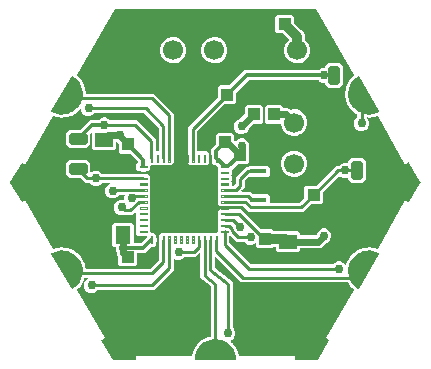
<source format=gbr>
G04 EAGLE Gerber RS-274X export*
G75*
%MOMM*%
%FSLAX34Y34*%
%LPD*%
%INBottom Copper*%
%IPPOS*%
%AMOC8*
5,1,8,0,0,1.08239X$1,22.5*%
G01*
%ADD10R,1.100000X1.000000*%
%ADD11R,1.500000X1.300000*%
%ADD12C,0.124994*%
%ADD13R,5.699988X5.699988*%
%ADD14R,1.399997X0.400000*%
%ADD15R,1.000000X1.100000*%
%ADD16R,1.300000X1.500000*%
%ADD17C,0.499997*%
%ADD18C,1.000000*%
%ADD19C,1.700000*%
%ADD20C,0.812800*%
%ADD21C,0.756400*%
%ADD22C,0.355600*%
%ADD23C,0.609600*%
%ADD24C,0.254000*%

G36*
X290319Y273052D02*
X290319Y273052D01*
X290327Y273051D01*
X290417Y273072D01*
X290508Y273090D01*
X290514Y273095D01*
X290522Y273097D01*
X290670Y273199D01*
X298073Y280602D01*
X298077Y280608D01*
X298083Y280613D01*
X298132Y280692D01*
X298184Y280769D01*
X298185Y280777D01*
X298189Y280783D01*
X298221Y280961D01*
X298221Y299429D01*
X298241Y299541D01*
X298241Y301918D01*
X300096Y303773D01*
X303968Y303773D01*
X304173Y303568D01*
X304178Y303565D01*
X304181Y303560D01*
X304261Y303510D01*
X304340Y303457D01*
X304345Y303456D01*
X304350Y303453D01*
X304444Y303437D01*
X304537Y303419D01*
X304542Y303420D01*
X304548Y303419D01*
X304639Y303441D01*
X304733Y303461D01*
X304738Y303464D01*
X304743Y303465D01*
X304891Y303568D01*
X305096Y303773D01*
X308968Y303773D01*
X309173Y303568D01*
X309178Y303565D01*
X309181Y303560D01*
X309261Y303510D01*
X309340Y303457D01*
X309345Y303456D01*
X309350Y303453D01*
X309444Y303437D01*
X309537Y303419D01*
X309542Y303420D01*
X309548Y303419D01*
X309639Y303441D01*
X309733Y303461D01*
X309738Y303464D01*
X309743Y303465D01*
X309891Y303568D01*
X310096Y303773D01*
X313968Y303773D01*
X314173Y303568D01*
X314178Y303565D01*
X314181Y303560D01*
X314261Y303510D01*
X314340Y303457D01*
X314345Y303456D01*
X314350Y303453D01*
X314444Y303437D01*
X314537Y303419D01*
X314542Y303420D01*
X314548Y303419D01*
X314639Y303441D01*
X314733Y303461D01*
X314738Y303464D01*
X314743Y303465D01*
X314891Y303568D01*
X315096Y303773D01*
X318968Y303773D01*
X319173Y303568D01*
X319178Y303565D01*
X319181Y303560D01*
X319261Y303510D01*
X319340Y303457D01*
X319345Y303456D01*
X319350Y303453D01*
X319444Y303437D01*
X319537Y303419D01*
X319542Y303420D01*
X319548Y303419D01*
X319639Y303441D01*
X319733Y303461D01*
X319738Y303464D01*
X319743Y303465D01*
X319891Y303568D01*
X320096Y303773D01*
X323968Y303773D01*
X324173Y303568D01*
X324178Y303565D01*
X324181Y303560D01*
X324261Y303510D01*
X324340Y303457D01*
X324345Y303456D01*
X324350Y303453D01*
X324444Y303437D01*
X324537Y303419D01*
X324542Y303420D01*
X324548Y303419D01*
X324639Y303441D01*
X324733Y303461D01*
X324738Y303464D01*
X324743Y303465D01*
X324891Y303568D01*
X325096Y303773D01*
X328968Y303773D01*
X329173Y303568D01*
X329178Y303565D01*
X329181Y303560D01*
X329261Y303510D01*
X329340Y303457D01*
X329345Y303456D01*
X329350Y303453D01*
X329444Y303437D01*
X329537Y303419D01*
X329542Y303420D01*
X329548Y303419D01*
X329639Y303441D01*
X329733Y303461D01*
X329738Y303464D01*
X329743Y303465D01*
X329891Y303568D01*
X330096Y303773D01*
X333968Y303773D01*
X334173Y303568D01*
X334178Y303565D01*
X334181Y303560D01*
X334261Y303510D01*
X334340Y303457D01*
X334345Y303456D01*
X334350Y303453D01*
X334444Y303437D01*
X334537Y303419D01*
X334542Y303420D01*
X334548Y303419D01*
X334639Y303441D01*
X334733Y303461D01*
X334738Y303464D01*
X334743Y303465D01*
X334891Y303568D01*
X335096Y303773D01*
X338968Y303773D01*
X339173Y303568D01*
X339178Y303565D01*
X339181Y303560D01*
X339261Y303510D01*
X339340Y303457D01*
X339345Y303456D01*
X339350Y303453D01*
X339444Y303437D01*
X339537Y303419D01*
X339542Y303420D01*
X339548Y303419D01*
X339639Y303441D01*
X339733Y303461D01*
X339738Y303464D01*
X339743Y303465D01*
X339891Y303568D01*
X340096Y303773D01*
X343968Y303773D01*
X344173Y303568D01*
X344178Y303565D01*
X344181Y303560D01*
X344261Y303510D01*
X344340Y303457D01*
X344345Y303456D01*
X344350Y303453D01*
X344444Y303437D01*
X344537Y303419D01*
X344542Y303420D01*
X344548Y303419D01*
X344639Y303441D01*
X344733Y303461D01*
X344738Y303464D01*
X344743Y303465D01*
X344891Y303568D01*
X345096Y303773D01*
X347484Y303773D01*
X347489Y303774D01*
X347494Y303773D01*
X347587Y303794D01*
X347681Y303812D01*
X347685Y303815D01*
X347690Y303816D01*
X347768Y303872D01*
X347846Y303925D01*
X347849Y303929D01*
X347854Y303932D01*
X347904Y304014D01*
X347956Y304093D01*
X347957Y304098D01*
X347959Y304103D01*
X347991Y304280D01*
X347991Y306668D01*
X348196Y306873D01*
X348199Y306878D01*
X348204Y306881D01*
X348254Y306961D01*
X348307Y307040D01*
X348308Y307045D01*
X348311Y307050D01*
X348327Y307144D01*
X348345Y307237D01*
X348344Y307242D01*
X348345Y307248D01*
X348323Y307339D01*
X348303Y307433D01*
X348300Y307438D01*
X348299Y307443D01*
X348196Y307591D01*
X347991Y307796D01*
X347991Y311668D01*
X348196Y311873D01*
X348199Y311878D01*
X348204Y311881D01*
X348254Y311961D01*
X348307Y312040D01*
X348308Y312045D01*
X348311Y312050D01*
X348327Y312144D01*
X348345Y312237D01*
X348344Y312242D01*
X348345Y312248D01*
X348323Y312339D01*
X348303Y312433D01*
X348300Y312438D01*
X348299Y312443D01*
X348196Y312591D01*
X347991Y312796D01*
X347991Y316668D01*
X348196Y316873D01*
X348199Y316878D01*
X348204Y316881D01*
X348254Y316961D01*
X348307Y317040D01*
X348308Y317045D01*
X348311Y317050D01*
X348327Y317144D01*
X348345Y317237D01*
X348344Y317242D01*
X348345Y317248D01*
X348323Y317339D01*
X348303Y317433D01*
X348300Y317438D01*
X348299Y317443D01*
X348196Y317591D01*
X347991Y317796D01*
X347991Y321668D01*
X349846Y323523D01*
X352223Y323523D01*
X352231Y323524D01*
X352239Y323523D01*
X352324Y323543D01*
X367646Y323543D01*
X384513Y306676D01*
X384520Y306671D01*
X384525Y306665D01*
X384603Y306616D01*
X384680Y306565D01*
X384688Y306563D01*
X384695Y306559D01*
X384872Y306527D01*
X394418Y306527D01*
X395706Y305240D01*
X395712Y305235D01*
X395717Y305229D01*
X395796Y305180D01*
X395873Y305129D01*
X395881Y305127D01*
X395887Y305123D01*
X396065Y305091D01*
X398846Y305091D01*
X398854Y305093D01*
X398861Y305091D01*
X398951Y305112D01*
X399042Y305131D01*
X399049Y305135D01*
X399057Y305137D01*
X399192Y305231D01*
X416300Y305231D01*
X417789Y303742D01*
X417789Y302286D01*
X417790Y302281D01*
X417789Y302276D01*
X417810Y302182D01*
X417828Y302090D01*
X417831Y302085D01*
X417832Y302080D01*
X417888Y302002D01*
X417941Y301924D01*
X417945Y301921D01*
X417948Y301917D01*
X418030Y301866D01*
X418109Y301814D01*
X418114Y301814D01*
X418119Y301811D01*
X418296Y301779D01*
X430825Y301779D01*
X430833Y301780D01*
X430840Y301779D01*
X430930Y301800D01*
X431021Y301818D01*
X431028Y301823D01*
X431036Y301825D01*
X431184Y301927D01*
X431985Y302728D01*
X431990Y302736D01*
X431997Y302741D01*
X432094Y302893D01*
X432095Y302895D01*
X432790Y304572D01*
X434568Y306350D01*
X435701Y306819D01*
X436892Y307313D01*
X439408Y307313D01*
X441732Y306350D01*
X443510Y304572D01*
X444473Y302248D01*
X444473Y299732D01*
X443510Y297408D01*
X441732Y295630D01*
X441613Y295581D01*
X440388Y295073D01*
X440053Y294934D01*
X440045Y294929D01*
X440036Y294927D01*
X439888Y294825D01*
X436516Y291452D01*
X435461Y291015D01*
X434462Y290601D01*
X418296Y290601D01*
X418291Y290600D01*
X418286Y290601D01*
X418193Y290580D01*
X418099Y290562D01*
X418095Y290559D01*
X418090Y290558D01*
X418012Y290502D01*
X417934Y290449D01*
X417931Y290445D01*
X417926Y290442D01*
X417876Y290360D01*
X417824Y290281D01*
X417823Y290276D01*
X417821Y290271D01*
X417789Y290094D01*
X417789Y288638D01*
X416300Y287149D01*
X399196Y287149D01*
X397707Y288638D01*
X397707Y291374D01*
X397706Y291380D01*
X397707Y291385D01*
X397686Y291478D01*
X397668Y291571D01*
X397665Y291575D01*
X397664Y291580D01*
X397608Y291658D01*
X397555Y291737D01*
X397551Y291740D01*
X397548Y291744D01*
X397466Y291794D01*
X397387Y291846D01*
X397382Y291847D01*
X397377Y291850D01*
X397200Y291882D01*
X396065Y291882D01*
X396057Y291880D01*
X396049Y291881D01*
X395959Y291860D01*
X395868Y291842D01*
X395861Y291838D01*
X395854Y291836D01*
X395706Y291733D01*
X394418Y290446D01*
X382314Y290446D01*
X380825Y291934D01*
X380825Y294459D01*
X380825Y294462D01*
X380825Y294464D01*
X380805Y294559D01*
X380786Y294655D01*
X380784Y294658D01*
X380784Y294660D01*
X380729Y294738D01*
X380673Y294821D01*
X380671Y294823D01*
X380669Y294825D01*
X380586Y294878D01*
X380505Y294931D01*
X380502Y294931D01*
X380500Y294932D01*
X380404Y294949D01*
X380308Y294966D01*
X380305Y294966D01*
X380303Y294966D01*
X380208Y294944D01*
X380112Y294923D01*
X380110Y294921D01*
X380107Y294920D01*
X379959Y294818D01*
X379502Y294360D01*
X378775Y294059D01*
X377550Y293552D01*
X377178Y293397D01*
X374662Y293397D01*
X372338Y294360D01*
X370938Y295761D01*
X370931Y295765D01*
X370926Y295771D01*
X370848Y295820D01*
X370771Y295872D01*
X370763Y295873D01*
X370756Y295877D01*
X370579Y295909D01*
X363956Y295909D01*
X361575Y298290D01*
X358930Y300935D01*
X358925Y300938D01*
X358922Y300942D01*
X358842Y300993D01*
X358763Y301046D01*
X358757Y301047D01*
X358753Y301050D01*
X358660Y301066D01*
X358566Y301084D01*
X358561Y301083D01*
X358555Y301084D01*
X358463Y301062D01*
X358370Y301042D01*
X358365Y301039D01*
X358360Y301038D01*
X358212Y300935D01*
X358185Y300908D01*
X358154Y300902D01*
X358149Y300899D01*
X358144Y300898D01*
X358066Y300842D01*
X357988Y300789D01*
X357985Y300785D01*
X357981Y300782D01*
X357930Y300700D01*
X357879Y300621D01*
X357878Y300616D01*
X357875Y300611D01*
X357843Y300434D01*
X357843Y295457D01*
X357844Y295449D01*
X357843Y295441D01*
X357864Y295351D01*
X357882Y295260D01*
X357887Y295253D01*
X357889Y295246D01*
X357991Y295098D01*
X376080Y277009D01*
X376086Y277005D01*
X376091Y276999D01*
X376170Y276950D01*
X376247Y276898D01*
X376255Y276897D01*
X376261Y276893D01*
X376439Y276861D01*
X445509Y276861D01*
X445517Y276862D01*
X445524Y276861D01*
X445614Y276882D01*
X445705Y276900D01*
X445712Y276905D01*
X445720Y276907D01*
X445868Y277009D01*
X447268Y278410D01*
X447276Y278413D01*
X448501Y278921D01*
X449592Y279373D01*
X452108Y279373D01*
X454432Y278410D01*
X456049Y276792D01*
X456095Y276762D01*
X456134Y276724D01*
X456177Y276707D01*
X456216Y276681D01*
X456270Y276671D01*
X456321Y276651D01*
X456367Y276653D01*
X456413Y276644D01*
X456467Y276655D01*
X456521Y276657D01*
X456564Y276676D01*
X456609Y276685D01*
X456654Y276717D01*
X456704Y276739D01*
X456736Y276773D01*
X456774Y276800D01*
X456803Y276846D01*
X456840Y276886D01*
X456859Y276934D01*
X456881Y276969D01*
X456888Y277008D01*
X456906Y277053D01*
X457024Y277654D01*
X457125Y277723D01*
X457172Y277770D01*
X457225Y277811D01*
X457244Y277843D01*
X457266Y277865D01*
X457285Y277911D01*
X457317Y277966D01*
X457504Y278463D01*
X457515Y278529D01*
X457534Y278593D01*
X457531Y278630D01*
X457536Y278661D01*
X457524Y278709D01*
X457519Y278772D01*
X457487Y278891D01*
X457971Y279727D01*
X457983Y279763D01*
X458007Y279802D01*
X458346Y280706D01*
X458458Y280757D01*
X458512Y280796D01*
X458570Y280828D01*
X458595Y280856D01*
X458620Y280875D01*
X458646Y280916D01*
X458687Y280965D01*
X458953Y281425D01*
X458974Y281488D01*
X459004Y281548D01*
X459007Y281585D01*
X459017Y281615D01*
X459013Y281664D01*
X459019Y281727D01*
X459007Y281850D01*
X459621Y282595D01*
X459639Y282628D01*
X459669Y282663D01*
X460152Y283499D01*
X460271Y283531D01*
X460331Y283561D01*
X460394Y283582D01*
X460422Y283606D01*
X460451Y283620D01*
X460483Y283657D01*
X460531Y283698D01*
X460869Y284108D01*
X460901Y284167D01*
X460940Y284221D01*
X460949Y284257D01*
X460964Y284285D01*
X460968Y284334D01*
X460984Y284396D01*
X460993Y284518D01*
X461721Y285152D01*
X461744Y285182D01*
X461780Y285212D01*
X462394Y285957D01*
X462516Y285969D01*
X462580Y285988D01*
X462646Y285999D01*
X462678Y286018D01*
X462708Y286027D01*
X462746Y286058D01*
X462801Y286091D01*
X463201Y286439D01*
X463242Y286492D01*
X463289Y286539D01*
X463304Y286573D01*
X463324Y286598D01*
X463336Y286646D01*
X463362Y286704D01*
X463390Y286824D01*
X464213Y287329D01*
X464241Y287355D01*
X464281Y287378D01*
X465009Y288012D01*
X465132Y288003D01*
X465198Y288012D01*
X465265Y288012D01*
X465299Y288025D01*
X465331Y288029D01*
X465363Y288048D01*
X465379Y288051D01*
X465397Y288063D01*
X465433Y288077D01*
X465885Y288355D01*
X465934Y288400D01*
X465989Y288439D01*
X466009Y288470D01*
X466032Y288492D01*
X466052Y288536D01*
X466087Y288590D01*
X466135Y288703D01*
X467030Y289066D01*
X467062Y289087D01*
X467105Y289103D01*
X467927Y289608D01*
X468047Y289580D01*
X468114Y289577D01*
X468179Y289566D01*
X468216Y289574D01*
X468247Y289573D01*
X468293Y289590D01*
X468356Y289603D01*
X468848Y289803D01*
X468904Y289839D01*
X468964Y289868D01*
X468989Y289896D01*
X469015Y289913D01*
X469043Y289954D01*
X469086Y290001D01*
X469152Y290105D01*
X470094Y290315D01*
X470129Y290331D01*
X470174Y290340D01*
X471069Y290703D01*
X471182Y290655D01*
X471247Y290642D01*
X471310Y290620D01*
X471347Y290621D01*
X471378Y290615D01*
X471426Y290624D01*
X471490Y290627D01*
X472009Y290743D01*
X472069Y290770D01*
X472133Y290789D01*
X472163Y290812D01*
X472192Y290824D01*
X472225Y290860D01*
X472276Y290899D01*
X472358Y290991D01*
X473322Y291043D01*
X473359Y291053D01*
X473405Y291055D01*
X474347Y291265D01*
X474451Y291200D01*
X474513Y291176D01*
X474571Y291144D01*
X474608Y291139D01*
X474638Y291128D01*
X474687Y291129D01*
X474750Y291121D01*
X475281Y291150D01*
X475345Y291167D01*
X475411Y291175D01*
X475444Y291193D01*
X475475Y291200D01*
X475514Y291230D01*
X475570Y291261D01*
X475666Y291337D01*
X476625Y291230D01*
X476663Y291234D01*
X476709Y291228D01*
X477673Y291281D01*
X477765Y291199D01*
X477822Y291165D01*
X477875Y291124D01*
X477910Y291113D01*
X477937Y291097D01*
X477986Y291090D01*
X478047Y291072D01*
X478575Y291013D01*
X478642Y291019D01*
X478708Y291016D01*
X478743Y291028D01*
X478775Y291031D01*
X478818Y291054D01*
X478879Y291075D01*
X478986Y291134D01*
X479915Y290871D01*
X479953Y290868D01*
X479997Y290855D01*
X480957Y290748D01*
X481033Y290652D01*
X481085Y290609D01*
X481129Y290560D01*
X481163Y290544D01*
X481187Y290523D01*
X481234Y290509D01*
X481291Y290481D01*
X481802Y290336D01*
X481869Y290331D01*
X481934Y290317D01*
X481971Y290323D01*
X482002Y290321D01*
X482049Y290336D01*
X482112Y290346D01*
X482227Y290388D01*
X482936Y290053D01*
X483019Y290032D01*
X483100Y290007D01*
X483116Y290008D01*
X483131Y290005D01*
X483215Y290018D01*
X483299Y290026D01*
X483313Y290033D01*
X483329Y290036D01*
X483401Y290080D01*
X483476Y290120D01*
X483487Y290133D01*
X483500Y290141D01*
X483532Y290186D01*
X483592Y290258D01*
X507122Y331014D01*
X509618Y329291D01*
X509645Y329280D01*
X509667Y329261D01*
X509736Y329241D01*
X509801Y329213D01*
X509830Y329213D01*
X509858Y329205D01*
X509929Y329213D01*
X510000Y329213D01*
X510027Y329224D01*
X510056Y329227D01*
X510118Y329262D01*
X510183Y329290D01*
X510204Y329310D01*
X510229Y329325D01*
X510292Y329402D01*
X510322Y329432D01*
X510326Y329442D01*
X510335Y329453D01*
X519835Y345953D01*
X519845Y345985D01*
X519854Y345998D01*
X519858Y346022D01*
X519859Y346026D01*
X519890Y346096D01*
X519890Y346120D01*
X519898Y346142D01*
X519892Y346218D01*
X519893Y346295D01*
X519883Y346319D01*
X519882Y346340D01*
X519861Y346379D01*
X519835Y346451D01*
X510335Y362951D01*
X510316Y362973D01*
X510303Y362999D01*
X510250Y363047D01*
X510203Y363100D01*
X510177Y363113D01*
X510156Y363132D01*
X510088Y363155D01*
X510024Y363186D01*
X509995Y363188D01*
X509968Y363197D01*
X509896Y363192D01*
X509825Y363195D01*
X509798Y363185D01*
X509769Y363183D01*
X509679Y363141D01*
X509639Y363126D01*
X509631Y363119D01*
X509618Y363113D01*
X507122Y361390D01*
X483592Y402146D01*
X483536Y402210D01*
X483484Y402277D01*
X483470Y402285D01*
X483460Y402297D01*
X483383Y402334D01*
X483309Y402375D01*
X483294Y402377D01*
X483279Y402384D01*
X483195Y402388D01*
X483110Y402398D01*
X483094Y402394D01*
X483079Y402394D01*
X483026Y402375D01*
X482936Y402351D01*
X482227Y402016D01*
X482112Y402058D01*
X482046Y402067D01*
X481982Y402086D01*
X481944Y402082D01*
X481913Y402086D01*
X481866Y402074D01*
X481802Y402068D01*
X481291Y401923D01*
X481232Y401893D01*
X481169Y401870D01*
X481141Y401846D01*
X481113Y401831D01*
X481081Y401794D01*
X481033Y401752D01*
X480957Y401656D01*
X479997Y401549D01*
X479961Y401537D01*
X479915Y401533D01*
X478986Y401270D01*
X478879Y401329D01*
X478815Y401350D01*
X478755Y401378D01*
X478718Y401381D01*
X478688Y401391D01*
X478639Y401386D01*
X478575Y401391D01*
X478047Y401332D01*
X477984Y401312D01*
X477918Y401300D01*
X477886Y401280D01*
X477856Y401271D01*
X477819Y401239D01*
X477765Y401205D01*
X477673Y401123D01*
X476709Y401176D01*
X476671Y401170D01*
X476625Y401174D01*
X475666Y401067D01*
X475570Y401143D01*
X475511Y401174D01*
X475456Y401212D01*
X475420Y401221D01*
X475392Y401235D01*
X475343Y401239D01*
X475281Y401254D01*
X475068Y401265D01*
X475051Y401263D01*
X475035Y401266D01*
X474953Y401249D01*
X474869Y401237D01*
X474855Y401228D01*
X474839Y401225D01*
X474770Y401177D01*
X474698Y401133D01*
X474688Y401120D01*
X474674Y401110D01*
X474629Y401039D01*
X474579Y400971D01*
X474576Y400955D01*
X474567Y400941D01*
X474553Y400858D01*
X474533Y400776D01*
X474536Y400760D01*
X474533Y400743D01*
X474552Y400662D01*
X474566Y400579D01*
X474575Y400564D01*
X474579Y400548D01*
X474649Y400447D01*
X474673Y400409D01*
X474678Y400406D01*
X474681Y400400D01*
X475260Y399822D01*
X476223Y397498D01*
X476223Y394982D01*
X475260Y392658D01*
X473482Y390880D01*
X472411Y390436D01*
X471186Y389929D01*
X471158Y389917D01*
X468642Y389917D01*
X466318Y390880D01*
X464540Y392658D01*
X463577Y394982D01*
X463577Y397498D01*
X464540Y399822D01*
X465941Y401222D01*
X465945Y401229D01*
X465951Y401234D01*
X466000Y401312D01*
X466052Y401389D01*
X466053Y401397D01*
X466057Y401404D01*
X466089Y401581D01*
X466089Y403640D01*
X466076Y403706D01*
X466072Y403773D01*
X466056Y403803D01*
X466050Y403837D01*
X466012Y403892D01*
X465982Y403952D01*
X465954Y403977D01*
X465937Y404002D01*
X465896Y404029D01*
X465847Y404072D01*
X465433Y404327D01*
X465370Y404350D01*
X465311Y404381D01*
X465274Y404385D01*
X465244Y404396D01*
X465196Y404394D01*
X465132Y404401D01*
X465009Y404392D01*
X464281Y405026D01*
X464248Y405045D01*
X464213Y405075D01*
X463390Y405580D01*
X463362Y405700D01*
X463334Y405760D01*
X463314Y405824D01*
X463291Y405853D01*
X463278Y405882D01*
X463241Y405915D01*
X463201Y405965D01*
X462801Y406313D01*
X462743Y406346D01*
X462690Y406387D01*
X462654Y406397D01*
X462626Y406412D01*
X462578Y406418D01*
X462516Y406435D01*
X462394Y406447D01*
X461780Y407192D01*
X461750Y407216D01*
X461721Y407252D01*
X460993Y407886D01*
X460984Y408008D01*
X460966Y408073D01*
X460958Y408139D01*
X460939Y408171D01*
X460931Y408202D01*
X460901Y408240D01*
X460869Y408296D01*
X460531Y408706D01*
X460480Y408748D01*
X460434Y408796D01*
X460400Y408812D01*
X460376Y408832D01*
X460329Y408846D01*
X460271Y408873D01*
X460152Y408905D01*
X459669Y409741D01*
X459644Y409769D01*
X459621Y409809D01*
X459007Y410554D01*
X459019Y410677D01*
X459012Y410743D01*
X459014Y410809D01*
X459001Y410845D01*
X458998Y410876D01*
X458974Y410919D01*
X458953Y410979D01*
X458687Y411439D01*
X458643Y411489D01*
X458606Y411544D01*
X458575Y411565D01*
X458554Y411589D01*
X458510Y411610D01*
X458458Y411647D01*
X458346Y411698D01*
X458007Y412602D01*
X457986Y412634D01*
X457971Y412677D01*
X457487Y413513D01*
X457519Y413632D01*
X457523Y413698D01*
X457536Y413764D01*
X457530Y413800D01*
X457532Y413832D01*
X457516Y413878D01*
X457504Y413941D01*
X457317Y414438D01*
X457282Y414495D01*
X457255Y414556D01*
X457228Y414582D01*
X457211Y414609D01*
X457171Y414637D01*
X457125Y414681D01*
X457024Y414750D01*
X456838Y415697D01*
X456823Y415733D01*
X456815Y415778D01*
X456476Y416682D01*
X456527Y416794D01*
X456542Y416859D01*
X456565Y416921D01*
X456565Y416958D01*
X456572Y416989D01*
X456564Y417037D01*
X456563Y417101D01*
X456460Y417623D01*
X456435Y417684D01*
X456418Y417749D01*
X456396Y417779D01*
X456384Y417808D01*
X456349Y417842D01*
X456311Y417894D01*
X456222Y417978D01*
X456195Y418943D01*
X456186Y418980D01*
X456185Y419026D01*
X456000Y419974D01*
X456068Y420076D01*
X456094Y420137D01*
X456127Y420195D01*
X456133Y420232D01*
X456145Y420261D01*
X456145Y420310D01*
X456154Y420373D01*
X456139Y420904D01*
X456124Y420969D01*
X456118Y421036D01*
X456101Y421069D01*
X456094Y421100D01*
X456065Y421139D01*
X456036Y421196D01*
X455962Y421294D01*
X456094Y422251D01*
X456092Y422289D01*
X456099Y422334D01*
X456072Y423299D01*
X456156Y423389D01*
X456191Y423445D01*
X456234Y423497D01*
X456245Y423532D01*
X456262Y423559D01*
X456270Y423607D01*
X456290Y423668D01*
X456362Y424194D01*
X456358Y424261D01*
X456363Y424327D01*
X456352Y424363D01*
X456350Y424394D01*
X456328Y424438D01*
X456309Y424499D01*
X456252Y424608D01*
X456540Y425530D01*
X456544Y425567D01*
X456558Y425611D01*
X456690Y426568D01*
X456788Y426642D01*
X456832Y426692D01*
X456883Y426735D01*
X456900Y426769D01*
X456921Y426792D01*
X456936Y426839D01*
X456966Y426895D01*
X457124Y427402D01*
X457131Y427469D01*
X457147Y427533D01*
X457142Y427570D01*
X457145Y427602D01*
X457131Y427649D01*
X457122Y427712D01*
X457083Y427829D01*
X457519Y428690D01*
X457529Y428727D01*
X457550Y428768D01*
X457838Y429690D01*
X457947Y429747D01*
X457998Y429789D01*
X458055Y429823D01*
X458078Y429853D01*
X458102Y429873D01*
X458125Y429916D01*
X458164Y429967D01*
X458403Y430441D01*
X458421Y430506D01*
X458447Y430567D01*
X458448Y430604D01*
X458457Y430635D01*
X458450Y430683D01*
X458452Y430747D01*
X458433Y430869D01*
X459005Y431647D01*
X459021Y431681D01*
X459049Y431718D01*
X459484Y432580D01*
X459601Y432618D01*
X459659Y432651D01*
X459721Y432676D01*
X459748Y432702D01*
X459775Y432717D01*
X459805Y432756D01*
X459851Y432800D01*
X460166Y433228D01*
X460194Y433289D01*
X460230Y433345D01*
X460237Y433382D01*
X460250Y433410D01*
X460252Y433459D01*
X460264Y433522D01*
X460266Y433645D01*
X460957Y434319D01*
X460979Y434350D01*
X461012Y434382D01*
X461583Y435160D01*
X461705Y435179D01*
X461767Y435202D01*
X461833Y435216D01*
X461864Y435237D01*
X461893Y435248D01*
X461929Y435281D01*
X461982Y435317D01*
X462362Y435688D01*
X462400Y435743D01*
X462445Y435792D01*
X462458Y435827D01*
X462476Y435853D01*
X462485Y435901D01*
X462508Y435961D01*
X462530Y436082D01*
X463196Y436545D01*
X463255Y436606D01*
X463317Y436663D01*
X463324Y436678D01*
X463335Y436689D01*
X463365Y436768D01*
X463401Y436845D01*
X463401Y436861D01*
X463407Y436876D01*
X463404Y436961D01*
X463407Y437045D01*
X463401Y437062D01*
X463401Y437077D01*
X463377Y437128D01*
X463346Y437215D01*
X431193Y492908D01*
X431144Y492963D01*
X431101Y493023D01*
X431078Y493038D01*
X431060Y493058D01*
X430994Y493090D01*
X430931Y493129D01*
X430902Y493134D01*
X430880Y493145D01*
X430826Y493148D01*
X430754Y493161D01*
X261650Y493161D01*
X261578Y493147D01*
X261504Y493140D01*
X261480Y493127D01*
X261454Y493122D01*
X261393Y493080D01*
X261328Y493045D01*
X261309Y493023D01*
X261288Y493009D01*
X261259Y492964D01*
X261211Y492908D01*
X229058Y437215D01*
X229031Y437135D01*
X228999Y437056D01*
X228999Y437040D01*
X228994Y437025D01*
X229000Y436941D01*
X229001Y436856D01*
X229007Y436841D01*
X229009Y436825D01*
X229047Y436750D01*
X229080Y436672D01*
X229093Y436660D01*
X229100Y436646D01*
X229143Y436610D01*
X229208Y436545D01*
X229874Y436082D01*
X229896Y435961D01*
X229921Y435899D01*
X229937Y435834D01*
X229959Y435804D01*
X229970Y435775D01*
X230004Y435739D01*
X230042Y435688D01*
X230422Y435317D01*
X230478Y435281D01*
X230529Y435237D01*
X230564Y435225D01*
X230590Y435208D01*
X230639Y435199D01*
X230699Y435179D01*
X230821Y435160D01*
X231392Y434382D01*
X231420Y434356D01*
X231447Y434319D01*
X232138Y433645D01*
X232140Y433522D01*
X232154Y433457D01*
X232159Y433390D01*
X232176Y433357D01*
X232182Y433326D01*
X232210Y433286D01*
X232238Y433228D01*
X232553Y432800D01*
X232602Y432755D01*
X232645Y432704D01*
X232678Y432686D01*
X232701Y432665D01*
X232747Y432649D01*
X232803Y432618D01*
X232920Y432580D01*
X233355Y431718D01*
X233379Y431688D01*
X233399Y431647D01*
X233971Y430869D01*
X233952Y430747D01*
X233955Y430681D01*
X233949Y430614D01*
X233960Y430578D01*
X233961Y430547D01*
X233982Y430503D01*
X234001Y430441D01*
X234240Y429967D01*
X234281Y429915D01*
X234315Y429857D01*
X234345Y429834D01*
X234364Y429810D01*
X234407Y429786D01*
X234457Y429747D01*
X234566Y429690D01*
X234854Y428768D01*
X234872Y428735D01*
X234885Y428690D01*
X235321Y427829D01*
X235282Y427712D01*
X235274Y427646D01*
X235258Y427581D01*
X235262Y427544D01*
X235258Y427513D01*
X235272Y427466D01*
X235280Y427402D01*
X235438Y426895D01*
X235470Y426837D01*
X235494Y426774D01*
X235519Y426747D01*
X235534Y426719D01*
X235573Y426689D01*
X235616Y426642D01*
X235714Y426568D01*
X235846Y425611D01*
X235859Y425575D01*
X235864Y425530D01*
X236152Y424608D01*
X236095Y424499D01*
X236076Y424435D01*
X236049Y424374D01*
X236047Y424337D01*
X236039Y424307D01*
X236044Y424258D01*
X236042Y424194D01*
X236114Y423668D01*
X236136Y423605D01*
X236149Y423540D01*
X236170Y423508D01*
X236180Y423479D01*
X236213Y423442D01*
X236248Y423389D01*
X236332Y423299D01*
X236305Y422334D01*
X236312Y422297D01*
X236310Y422251D01*
X236351Y421951D01*
X236375Y421883D01*
X236390Y421814D01*
X236407Y421790D01*
X236417Y421761D01*
X236465Y421709D01*
X236506Y421651D01*
X236532Y421635D01*
X236552Y421613D01*
X236616Y421582D01*
X236676Y421545D01*
X236708Y421539D01*
X236733Y421527D01*
X236785Y421525D01*
X236854Y421513D01*
X293806Y421513D01*
X310843Y404476D01*
X310843Y365035D01*
X310823Y364923D01*
X310823Y362546D01*
X308968Y360691D01*
X305096Y360691D01*
X304891Y360896D01*
X304886Y360899D01*
X304883Y360904D01*
X304803Y360954D01*
X304724Y361007D01*
X304719Y361008D01*
X304714Y361011D01*
X304620Y361027D01*
X304527Y361045D01*
X304522Y361044D01*
X304516Y361045D01*
X304425Y361023D01*
X304331Y361003D01*
X304326Y361000D01*
X304321Y360999D01*
X304173Y360896D01*
X303968Y360691D01*
X300096Y360691D01*
X299891Y360896D01*
X299886Y360899D01*
X299883Y360904D01*
X299803Y360955D01*
X299724Y361007D01*
X299719Y361008D01*
X299714Y361011D01*
X299621Y361027D01*
X299527Y361045D01*
X299522Y361044D01*
X299517Y361045D01*
X299424Y361023D01*
X299331Y361003D01*
X299327Y361000D01*
X299321Y360999D01*
X299173Y360896D01*
X298968Y360691D01*
X295096Y360691D01*
X294891Y360896D01*
X294886Y360899D01*
X294883Y360904D01*
X294803Y360954D01*
X294724Y361007D01*
X294719Y361008D01*
X294714Y361011D01*
X294620Y361027D01*
X294527Y361045D01*
X294522Y361044D01*
X294516Y361045D01*
X294425Y361023D01*
X294331Y361003D01*
X294326Y361000D01*
X294321Y360999D01*
X294173Y360896D01*
X293968Y360691D01*
X291580Y360691D01*
X291575Y360690D01*
X291570Y360691D01*
X291477Y360670D01*
X291383Y360652D01*
X291379Y360649D01*
X291374Y360648D01*
X291296Y360592D01*
X291218Y360539D01*
X291215Y360535D01*
X291210Y360532D01*
X291160Y360450D01*
X291108Y360371D01*
X291107Y360366D01*
X291105Y360361D01*
X291073Y360184D01*
X291073Y357796D01*
X289218Y355941D01*
X287559Y355941D01*
X287551Y355940D01*
X287544Y355941D01*
X287454Y355920D01*
X287362Y355902D01*
X287356Y355897D01*
X287348Y355896D01*
X287200Y355793D01*
X286821Y355413D01*
X283243Y355413D01*
X282864Y355793D01*
X282857Y355797D01*
X282852Y355804D01*
X282774Y355852D01*
X282697Y355904D01*
X282689Y355905D01*
X282682Y355909D01*
X282505Y355941D01*
X280846Y355941D01*
X278991Y357796D01*
X278991Y361668D01*
X280555Y363232D01*
X280558Y363236D01*
X280562Y363239D01*
X280613Y363320D01*
X280666Y363399D01*
X280667Y363404D01*
X280670Y363409D01*
X280686Y363502D01*
X280704Y363596D01*
X280702Y363601D01*
X280703Y363606D01*
X280682Y363699D01*
X280662Y363792D01*
X280659Y363796D01*
X280659Y363798D01*
X280658Y363801D01*
X280555Y363949D01*
X274116Y370389D01*
X274109Y370393D01*
X274105Y370399D01*
X274026Y370448D01*
X273949Y370500D01*
X273941Y370501D01*
X273934Y370505D01*
X273757Y370537D01*
X265982Y370537D01*
X264493Y372026D01*
X264493Y378005D01*
X264492Y378013D01*
X264493Y378020D01*
X264472Y378110D01*
X264454Y378201D01*
X264449Y378208D01*
X264447Y378216D01*
X264345Y378364D01*
X262621Y380088D01*
X262618Y380089D01*
X262617Y380091D01*
X262536Y380144D01*
X262454Y380199D01*
X262451Y380199D01*
X262449Y380201D01*
X262353Y380218D01*
X262257Y380236D01*
X262254Y380236D01*
X262252Y380236D01*
X262155Y380215D01*
X262061Y380195D01*
X262059Y380193D01*
X262056Y380193D01*
X261976Y380136D01*
X261896Y380080D01*
X261895Y380078D01*
X261893Y380077D01*
X261841Y379994D01*
X261789Y379911D01*
X261788Y379909D01*
X261787Y379906D01*
X261755Y379729D01*
X261755Y374881D01*
X260266Y373392D01*
X243162Y373392D01*
X241673Y374881D01*
X241673Y387503D01*
X241673Y387506D01*
X241673Y387508D01*
X241653Y387603D01*
X241634Y387700D01*
X241632Y387702D01*
X241632Y387704D01*
X241576Y387785D01*
X241521Y387865D01*
X241519Y387867D01*
X241517Y387869D01*
X241434Y387922D01*
X241353Y387975D01*
X241350Y387975D01*
X241348Y387977D01*
X241252Y387993D01*
X241156Y388010D01*
X241153Y388010D01*
X241151Y388010D01*
X241057Y387988D01*
X240960Y387967D01*
X240958Y387965D01*
X240955Y387965D01*
X240807Y387862D01*
X240559Y387614D01*
X240555Y387607D01*
X240548Y387603D01*
X240500Y387524D01*
X240448Y387447D01*
X240447Y387439D01*
X240443Y387432D01*
X240411Y387255D01*
X240411Y378444D01*
X237458Y375491D01*
X222282Y375491D01*
X219329Y378444D01*
X219329Y387620D01*
X222282Y390573D01*
X231093Y390573D01*
X231101Y390574D01*
X231108Y390573D01*
X231198Y390594D01*
X231290Y390612D01*
X231296Y390617D01*
X231304Y390619D01*
X231452Y390721D01*
X240019Y399289D01*
X247135Y399289D01*
X247143Y399290D01*
X247150Y399289D01*
X247240Y399310D01*
X247331Y399328D01*
X247338Y399333D01*
X247346Y399335D01*
X247494Y399437D01*
X248386Y400330D01*
X249184Y400661D01*
X250409Y401168D01*
X250710Y401293D01*
X253226Y401293D01*
X255550Y400330D01*
X256950Y398929D01*
X256957Y398925D01*
X256961Y398919D01*
X257040Y398870D01*
X257117Y398818D01*
X257125Y398817D01*
X257132Y398813D01*
X257309Y398781D01*
X279708Y398781D01*
X295843Y382646D01*
X295843Y373280D01*
X295844Y373275D01*
X295843Y373270D01*
X295864Y373177D01*
X295882Y373084D01*
X295885Y373079D01*
X295886Y373074D01*
X295942Y372996D01*
X295995Y372918D01*
X295999Y372915D01*
X296002Y372911D01*
X296084Y372860D01*
X296163Y372809D01*
X296168Y372808D01*
X296173Y372805D01*
X296350Y372773D01*
X297714Y372773D01*
X297719Y372774D01*
X297724Y372773D01*
X297817Y372794D01*
X297911Y372812D01*
X297915Y372815D01*
X297920Y372816D01*
X297998Y372872D01*
X298076Y372925D01*
X298079Y372929D01*
X298083Y372932D01*
X298134Y373014D01*
X298186Y373093D01*
X298186Y373098D01*
X298189Y373103D01*
X298221Y373280D01*
X298221Y392139D01*
X298220Y392147D01*
X298221Y392155D01*
X298200Y392245D01*
X298182Y392336D01*
X298177Y392342D01*
X298175Y392350D01*
X298073Y392498D01*
X285590Y404981D01*
X285584Y404985D01*
X285579Y404991D01*
X285500Y405040D01*
X285423Y405092D01*
X285415Y405093D01*
X285409Y405097D01*
X285231Y405129D01*
X244101Y405129D01*
X244093Y405128D01*
X244086Y405129D01*
X243996Y405108D01*
X243905Y405090D01*
X243898Y405085D01*
X243890Y405083D01*
X243742Y404981D01*
X242342Y403580D01*
X241226Y403118D01*
X240018Y402617D01*
X237502Y402617D01*
X235178Y403580D01*
X233400Y405358D01*
X232437Y407682D01*
X232437Y407978D01*
X232432Y408005D01*
X232434Y408032D01*
X232412Y408102D01*
X232408Y408125D01*
X232406Y408137D01*
X232405Y408139D01*
X232398Y408174D01*
X232382Y408197D01*
X232374Y408223D01*
X232326Y408279D01*
X232285Y408340D01*
X232262Y408355D01*
X232244Y408376D01*
X232179Y408409D01*
X232117Y408449D01*
X232090Y408454D01*
X232065Y408467D01*
X231992Y408472D01*
X231953Y408479D01*
X231951Y408480D01*
X231950Y408480D01*
X231920Y408485D01*
X231893Y408479D01*
X231866Y408481D01*
X231796Y408458D01*
X231778Y408454D01*
X231753Y408450D01*
X231748Y408447D01*
X231724Y408442D01*
X231702Y408426D01*
X231676Y408417D01*
X231617Y408367D01*
X231582Y408345D01*
X231574Y408335D01*
X231561Y408326D01*
X231552Y408312D01*
X231538Y408300D01*
X231534Y408295D01*
X231503Y408237D01*
X231464Y408183D01*
X231459Y408162D01*
X231455Y408155D01*
X231452Y408141D01*
X231440Y408118D01*
X231436Y408070D01*
X231420Y408008D01*
X231411Y407886D01*
X230683Y407252D01*
X230660Y407222D01*
X230624Y407192D01*
X230010Y406447D01*
X229888Y406435D01*
X229824Y406416D01*
X229758Y406405D01*
X229726Y406386D01*
X229696Y406377D01*
X229658Y406346D01*
X229603Y406313D01*
X229203Y405965D01*
X229162Y405912D01*
X229115Y405865D01*
X229100Y405831D01*
X229080Y405806D01*
X229068Y405758D01*
X229042Y405700D01*
X229014Y405580D01*
X228191Y405075D01*
X228163Y405049D01*
X228123Y405026D01*
X227395Y404392D01*
X227272Y404401D01*
X227206Y404392D01*
X227139Y404392D01*
X227105Y404379D01*
X227073Y404375D01*
X227031Y404350D01*
X226971Y404327D01*
X226519Y404049D01*
X226470Y404004D01*
X226415Y403965D01*
X226395Y403934D01*
X226372Y403912D01*
X226352Y403868D01*
X226317Y403814D01*
X226269Y403701D01*
X225374Y403338D01*
X225342Y403317D01*
X225299Y403301D01*
X224477Y402796D01*
X224357Y402824D01*
X224290Y402827D01*
X224225Y402838D01*
X224188Y402830D01*
X224157Y402831D01*
X224111Y402814D01*
X224048Y402801D01*
X223556Y402601D01*
X223500Y402565D01*
X223440Y402536D01*
X223415Y402508D01*
X223389Y402491D01*
X223361Y402450D01*
X223318Y402403D01*
X223252Y402299D01*
X222310Y402089D01*
X222275Y402073D01*
X222230Y402064D01*
X221335Y401701D01*
X221222Y401749D01*
X221157Y401762D01*
X221094Y401784D01*
X221057Y401783D01*
X221026Y401789D01*
X220978Y401780D01*
X220914Y401777D01*
X220395Y401661D01*
X220335Y401634D01*
X220271Y401615D01*
X220241Y401592D01*
X220212Y401580D01*
X220179Y401544D01*
X220128Y401505D01*
X220046Y401413D01*
X219082Y401361D01*
X219045Y401351D01*
X218999Y401349D01*
X218057Y401139D01*
X217953Y401204D01*
X217891Y401228D01*
X217833Y401260D01*
X217796Y401265D01*
X217766Y401276D01*
X217717Y401275D01*
X217654Y401283D01*
X217123Y401254D01*
X217059Y401237D01*
X216993Y401229D01*
X216960Y401211D01*
X216929Y401204D01*
X216890Y401174D01*
X216834Y401143D01*
X216738Y401067D01*
X215778Y401174D01*
X215741Y401170D01*
X215695Y401176D01*
X214731Y401123D01*
X214639Y401205D01*
X214582Y401239D01*
X214529Y401280D01*
X214494Y401291D01*
X214467Y401307D01*
X214418Y401314D01*
X214357Y401332D01*
X213829Y401391D01*
X213762Y401385D01*
X213696Y401388D01*
X213661Y401376D01*
X213629Y401373D01*
X213586Y401350D01*
X213525Y401329D01*
X213418Y401270D01*
X212489Y401533D01*
X212451Y401536D01*
X212407Y401549D01*
X211447Y401656D01*
X211371Y401752D01*
X211319Y401795D01*
X211275Y401844D01*
X211241Y401860D01*
X211217Y401881D01*
X211170Y401895D01*
X211113Y401923D01*
X210602Y402068D01*
X210535Y402073D01*
X210470Y402087D01*
X210433Y402081D01*
X210402Y402083D01*
X210355Y402068D01*
X210292Y402058D01*
X210177Y402016D01*
X209468Y402351D01*
X209385Y402372D01*
X209304Y402397D01*
X209288Y402396D01*
X209273Y402399D01*
X209189Y402386D01*
X209105Y402378D01*
X209091Y402371D01*
X209075Y402368D01*
X209003Y402324D01*
X208928Y402284D01*
X208917Y402271D01*
X208904Y402263D01*
X208872Y402218D01*
X208812Y402146D01*
X185282Y361390D01*
X182786Y363113D01*
X182759Y363124D01*
X182737Y363143D01*
X182668Y363163D01*
X182603Y363191D01*
X182574Y363191D01*
X182546Y363199D01*
X182475Y363191D01*
X182404Y363192D01*
X182377Y363180D01*
X182348Y363177D01*
X182286Y363142D01*
X182221Y363114D01*
X182200Y363094D01*
X182175Y363079D01*
X182112Y363002D01*
X182082Y362972D01*
X182078Y362962D01*
X182069Y362951D01*
X172569Y346451D01*
X172545Y346378D01*
X172514Y346308D01*
X172514Y346284D01*
X172506Y346262D01*
X172513Y346186D01*
X172512Y346109D01*
X172521Y346085D01*
X172522Y346064D01*
X172543Y346025D01*
X172562Y345973D01*
X172563Y345967D01*
X172565Y345965D01*
X172569Y345953D01*
X182069Y329453D01*
X182088Y329431D01*
X182101Y329405D01*
X182154Y329357D01*
X182201Y329304D01*
X182227Y329291D01*
X182249Y329272D01*
X182316Y329249D01*
X182380Y329218D01*
X182409Y329217D01*
X182436Y329207D01*
X182508Y329212D01*
X182579Y329209D01*
X182606Y329219D01*
X182635Y329221D01*
X182725Y329263D01*
X182765Y329278D01*
X182773Y329285D01*
X182786Y329291D01*
X185282Y331014D01*
X208812Y290258D01*
X208868Y290194D01*
X208920Y290127D01*
X208934Y290119D01*
X208944Y290107D01*
X209021Y290070D01*
X209095Y290029D01*
X209110Y290027D01*
X209125Y290020D01*
X209209Y290016D01*
X209294Y290006D01*
X209310Y290010D01*
X209325Y290010D01*
X209378Y290029D01*
X209468Y290053D01*
X210177Y290388D01*
X210292Y290346D01*
X210358Y290337D01*
X210422Y290318D01*
X210460Y290322D01*
X210491Y290318D01*
X210538Y290330D01*
X210602Y290336D01*
X211113Y290481D01*
X211172Y290511D01*
X211235Y290534D01*
X211263Y290558D01*
X211291Y290573D01*
X211323Y290610D01*
X211371Y290652D01*
X211447Y290748D01*
X212407Y290855D01*
X212443Y290867D01*
X212489Y290871D01*
X213418Y291134D01*
X213525Y291075D01*
X213589Y291054D01*
X213649Y291026D01*
X213686Y291023D01*
X213716Y291013D01*
X213765Y291018D01*
X213829Y291013D01*
X214357Y291072D01*
X214420Y291092D01*
X214486Y291104D01*
X214518Y291124D01*
X214548Y291133D01*
X214585Y291165D01*
X214639Y291199D01*
X214731Y291281D01*
X215695Y291228D01*
X215733Y291234D01*
X215778Y291230D01*
X216738Y291337D01*
X216834Y291261D01*
X216893Y291230D01*
X216948Y291192D01*
X216984Y291183D01*
X217012Y291169D01*
X217061Y291165D01*
X217123Y291150D01*
X217654Y291121D01*
X217720Y291131D01*
X217786Y291132D01*
X217821Y291146D01*
X217852Y291150D01*
X217894Y291175D01*
X217953Y291200D01*
X218057Y291265D01*
X218999Y291055D01*
X219037Y291054D01*
X219082Y291043D01*
X220046Y290991D01*
X220128Y290899D01*
X220182Y290860D01*
X220229Y290813D01*
X220264Y290798D01*
X220289Y290779D01*
X220337Y290768D01*
X220395Y290743D01*
X220914Y290627D01*
X220981Y290626D01*
X221046Y290615D01*
X221083Y290624D01*
X221114Y290623D01*
X221160Y290641D01*
X221222Y290655D01*
X221335Y290703D01*
X222230Y290340D01*
X222268Y290333D01*
X222310Y290315D01*
X223252Y290105D01*
X223318Y290001D01*
X223364Y289953D01*
X223404Y289899D01*
X223435Y289879D01*
X223457Y289856D01*
X223502Y289837D01*
X223556Y289803D01*
X224048Y289603D01*
X224114Y289591D01*
X224177Y289570D01*
X224214Y289572D01*
X224245Y289566D01*
X224293Y289576D01*
X224357Y289580D01*
X224477Y289608D01*
X225299Y289103D01*
X225335Y289090D01*
X225374Y289066D01*
X226269Y288703D01*
X226317Y288590D01*
X226354Y288535D01*
X226384Y288475D01*
X226412Y288450D01*
X226430Y288424D01*
X226471Y288398D01*
X226519Y288355D01*
X226971Y288077D01*
X227017Y288060D01*
X227044Y288043D01*
X227059Y288041D01*
X227093Y288023D01*
X227130Y288019D01*
X227160Y288008D01*
X227209Y288010D01*
X227272Y288003D01*
X227395Y288012D01*
X228123Y287378D01*
X228156Y287359D01*
X228191Y287329D01*
X229014Y286824D01*
X229042Y286704D01*
X229070Y286644D01*
X229090Y286580D01*
X229113Y286551D01*
X229126Y286522D01*
X229163Y286489D01*
X229203Y286439D01*
X229603Y286091D01*
X229661Y286058D01*
X229714Y286017D01*
X229750Y286007D01*
X229778Y285992D01*
X229826Y285986D01*
X229888Y285969D01*
X230010Y285957D01*
X230624Y285212D01*
X230654Y285188D01*
X230683Y285152D01*
X231411Y284518D01*
X231420Y284396D01*
X231438Y284331D01*
X231446Y284265D01*
X231465Y284233D01*
X231473Y284202D01*
X231503Y284164D01*
X231535Y284108D01*
X231873Y283698D01*
X231924Y283656D01*
X231970Y283608D01*
X232004Y283592D01*
X232028Y283572D01*
X232075Y283558D01*
X232133Y283531D01*
X232252Y283499D01*
X232735Y282663D01*
X232760Y282635D01*
X232783Y282595D01*
X233397Y281850D01*
X233385Y281727D01*
X233392Y281661D01*
X233390Y281595D01*
X233403Y281559D01*
X233406Y281528D01*
X233430Y281485D01*
X233451Y281425D01*
X233717Y280965D01*
X233761Y280915D01*
X233798Y280860D01*
X233829Y280839D01*
X233850Y280815D01*
X233894Y280793D01*
X233946Y280757D01*
X234058Y280706D01*
X234397Y279802D01*
X234418Y279770D01*
X234433Y279727D01*
X234917Y278891D01*
X234885Y278772D01*
X234881Y278706D01*
X234868Y278640D01*
X234874Y278604D01*
X234872Y278572D01*
X234888Y278526D01*
X234900Y278463D01*
X235087Y277966D01*
X235122Y277909D01*
X235149Y277848D01*
X235176Y277822D01*
X235193Y277795D01*
X235233Y277767D01*
X235279Y277723D01*
X235380Y277654D01*
X235566Y276707D01*
X235581Y276671D01*
X235589Y276626D01*
X235928Y275722D01*
X235877Y275610D01*
X235862Y275545D01*
X235839Y275483D01*
X235839Y275446D01*
X235832Y275415D01*
X235840Y275367D01*
X235841Y275303D01*
X235944Y274781D01*
X235969Y274720D01*
X235986Y274655D01*
X236008Y274625D01*
X236020Y274596D01*
X236055Y274562D01*
X236093Y274510D01*
X236182Y274426D01*
X236207Y273544D01*
X236229Y273449D01*
X236251Y273352D01*
X236252Y273350D01*
X236252Y273348D01*
X236309Y273270D01*
X236367Y273189D01*
X236368Y273187D01*
X236370Y273186D01*
X236453Y273135D01*
X236537Y273083D01*
X236539Y273082D01*
X236541Y273081D01*
X236565Y273078D01*
X236714Y273051D01*
X290311Y273051D01*
X290319Y273052D01*
G37*
G36*
X278630Y195708D02*
X278630Y195708D01*
X278658Y195706D01*
X278726Y195728D01*
X278797Y195742D01*
X278820Y195758D01*
X278847Y195767D01*
X278902Y195814D01*
X278961Y195855D01*
X278976Y195879D01*
X278998Y195897D01*
X279029Y195962D01*
X279068Y196022D01*
X279073Y196050D01*
X279085Y196076D01*
X279094Y196177D01*
X279101Y196219D01*
X279099Y196229D01*
X279100Y196242D01*
X278861Y199243D01*
X325936Y199243D01*
X326019Y199260D01*
X326103Y199271D01*
X326117Y199279D01*
X326132Y199282D01*
X326203Y199330D01*
X326275Y199373D01*
X326285Y199386D01*
X326298Y199395D01*
X326344Y199466D01*
X326395Y199534D01*
X326399Y199551D01*
X326407Y199563D01*
X326417Y199618D01*
X326441Y199708D01*
X326508Y200506D01*
X326601Y200586D01*
X326643Y200638D01*
X326691Y200684D01*
X326706Y200718D01*
X326726Y200743D01*
X326739Y200790D01*
X326765Y200848D01*
X326896Y201367D01*
X326900Y201433D01*
X326912Y201499D01*
X326905Y201535D01*
X326906Y201567D01*
X326890Y201613D01*
X326877Y201675D01*
X326833Y201790D01*
X327220Y202674D01*
X327229Y202711D01*
X327248Y202753D01*
X327485Y203689D01*
X327590Y203752D01*
X327640Y203797D01*
X327695Y203835D01*
X327715Y203866D01*
X327739Y203887D01*
X327759Y203931D01*
X327795Y203984D01*
X328010Y204474D01*
X328024Y204539D01*
X328047Y204601D01*
X328046Y204639D01*
X328052Y204670D01*
X328043Y204718D01*
X328042Y204782D01*
X328016Y204902D01*
X328545Y205710D01*
X328559Y205745D01*
X328584Y205784D01*
X328972Y206668D01*
X329087Y206713D01*
X329143Y206749D01*
X329203Y206777D01*
X329229Y206804D01*
X329255Y206821D01*
X329283Y206861D01*
X329327Y206908D01*
X329619Y207355D01*
X329644Y207417D01*
X329677Y207475D01*
X329682Y207512D01*
X329694Y207541D01*
X329693Y207590D01*
X329702Y207654D01*
X329696Y207776D01*
X330350Y208487D01*
X330370Y208519D01*
X330402Y208553D01*
X330930Y209361D01*
X331050Y209386D01*
X331111Y209413D01*
X331176Y209431D01*
X331205Y209453D01*
X331234Y209465D01*
X331268Y209501D01*
X331319Y209539D01*
X331681Y209933D01*
X331716Y209989D01*
X331758Y210041D01*
X331769Y210077D01*
X331785Y210104D01*
X331792Y210152D01*
X331811Y210213D01*
X331827Y210335D01*
X332589Y210928D01*
X332613Y210957D01*
X332650Y210985D01*
X333304Y211695D01*
X333427Y211700D01*
X333492Y211716D01*
X333558Y211723D01*
X333591Y211741D01*
X333622Y211748D01*
X333661Y211777D01*
X333718Y211807D01*
X334139Y212135D01*
X334183Y212186D01*
X334233Y212230D01*
X334250Y212263D01*
X334270Y212287D01*
X334285Y212334D01*
X334314Y212391D01*
X334349Y212509D01*
X335198Y212968D01*
X335227Y212993D01*
X335268Y213014D01*
X336030Y213607D01*
X336152Y213592D01*
X336219Y213597D01*
X336285Y213593D01*
X336320Y213604D01*
X336352Y213607D01*
X336396Y213629D01*
X336456Y213649D01*
X336926Y213903D01*
X336978Y213946D01*
X337034Y213982D01*
X337056Y214012D01*
X337080Y214032D01*
X337103Y214075D01*
X337141Y214127D01*
X337195Y214237D01*
X338108Y214551D01*
X338140Y214570D01*
X338184Y214584D01*
X339034Y215044D01*
X339152Y215009D01*
X339218Y215003D01*
X339283Y214988D01*
X339320Y214994D01*
X339351Y214991D01*
X339398Y215006D01*
X339461Y215015D01*
X339966Y215189D01*
X340024Y215222D01*
X340085Y215248D01*
X340112Y215274D01*
X340139Y215290D01*
X340169Y215329D01*
X340215Y215374D01*
X340286Y215474D01*
X341238Y215633D01*
X341274Y215646D01*
X341320Y215653D01*
X342049Y215904D01*
X342068Y215915D01*
X342090Y215920D01*
X342154Y215965D01*
X342222Y216005D01*
X342235Y216023D01*
X342253Y216036D01*
X342295Y216102D01*
X342342Y216165D01*
X342347Y216187D01*
X342359Y216206D01*
X342377Y216307D01*
X342391Y216360D01*
X342389Y216371D01*
X342391Y216383D01*
X342391Y257767D01*
X342384Y257803D01*
X342386Y257839D01*
X342365Y257900D01*
X342352Y257964D01*
X342331Y257994D01*
X342319Y258028D01*
X342269Y258085D01*
X342239Y258130D01*
X342219Y258143D01*
X342201Y258163D01*
X335834Y263260D01*
X335762Y263297D01*
X335694Y263339D01*
X335672Y263343D01*
X335655Y263352D01*
X335600Y263356D01*
X335517Y263371D01*
X335454Y263371D01*
X334506Y264319D01*
X334484Y264333D01*
X334464Y264356D01*
X333418Y265193D01*
X333411Y265256D01*
X333387Y265333D01*
X333369Y265411D01*
X333356Y265429D01*
X333350Y265447D01*
X333314Y265490D01*
X333266Y265559D01*
X333221Y265604D01*
X333221Y266943D01*
X333216Y266969D01*
X333218Y266999D01*
X333071Y268331D01*
X333110Y268380D01*
X333147Y268452D01*
X333189Y268520D01*
X333193Y268542D01*
X333202Y268558D01*
X333206Y268614D01*
X333221Y268697D01*
X333221Y285967D01*
X333221Y285970D01*
X333221Y285973D01*
X333201Y286068D01*
X333182Y286164D01*
X333180Y286166D01*
X333180Y286169D01*
X333124Y286249D01*
X333069Y286330D01*
X333067Y286331D01*
X333065Y286333D01*
X332982Y286387D01*
X332901Y286439D01*
X332898Y286439D01*
X332896Y286441D01*
X332800Y286457D01*
X332704Y286475D01*
X332701Y286474D01*
X332699Y286474D01*
X332604Y286453D01*
X332508Y286431D01*
X332506Y286430D01*
X332503Y286429D01*
X332355Y286326D01*
X331619Y285590D01*
X329238Y283209D01*
X320301Y283209D01*
X320293Y283208D01*
X320286Y283209D01*
X320196Y283188D01*
X320105Y283170D01*
X320098Y283165D01*
X320090Y283163D01*
X319942Y283061D01*
X318542Y281660D01*
X317860Y281378D01*
X316636Y280870D01*
X316218Y280697D01*
X313702Y280697D01*
X311544Y281591D01*
X311540Y281592D01*
X311537Y281594D01*
X311442Y281611D01*
X311347Y281630D01*
X311344Y281629D01*
X311340Y281630D01*
X311245Y281609D01*
X311151Y281589D01*
X311148Y281587D01*
X311144Y281586D01*
X311065Y281530D01*
X310986Y281476D01*
X310984Y281472D01*
X310981Y281470D01*
X310930Y281388D01*
X310877Y281307D01*
X310877Y281303D01*
X310875Y281300D01*
X310843Y281123D01*
X310843Y272250D01*
X293862Y255269D01*
X246641Y255269D01*
X246633Y255268D01*
X246626Y255269D01*
X246536Y255248D01*
X246445Y255230D01*
X246438Y255225D01*
X246430Y255223D01*
X246282Y255121D01*
X244882Y253720D01*
X244300Y253479D01*
X243075Y252972D01*
X242558Y252757D01*
X240042Y252757D01*
X237718Y253720D01*
X235940Y255498D01*
X234977Y257822D01*
X234977Y260338D01*
X235940Y262662D01*
X237718Y264440D01*
X237750Y264453D01*
X237751Y264454D01*
X237753Y264454D01*
X237834Y264510D01*
X237917Y264565D01*
X237918Y264566D01*
X237919Y264567D01*
X237972Y264650D01*
X238027Y264733D01*
X238027Y264734D01*
X238028Y264735D01*
X238046Y264834D01*
X238063Y264930D01*
X238063Y264931D01*
X238063Y264932D01*
X238041Y265031D01*
X238021Y265126D01*
X238020Y265127D01*
X238020Y265128D01*
X237962Y265210D01*
X237906Y265290D01*
X237905Y265290D01*
X237904Y265291D01*
X237820Y265344D01*
X237736Y265396D01*
X237735Y265397D01*
X237734Y265397D01*
X237556Y265429D01*
X235786Y265429D01*
X235757Y265423D01*
X235728Y265426D01*
X235660Y265404D01*
X235590Y265390D01*
X235565Y265373D01*
X235537Y265364D01*
X235483Y265317D01*
X235424Y265277D01*
X235408Y265252D01*
X235385Y265233D01*
X235345Y265156D01*
X235315Y265109D01*
X235312Y265091D01*
X235302Y265073D01*
X235280Y265002D01*
X235273Y264935D01*
X235257Y264871D01*
X235262Y264834D01*
X235259Y264802D01*
X235273Y264755D01*
X235282Y264692D01*
X235321Y264575D01*
X234885Y263714D01*
X234875Y263677D01*
X234854Y263636D01*
X234566Y262714D01*
X234457Y262657D01*
X234406Y262615D01*
X234349Y262581D01*
X234326Y262551D01*
X234302Y262531D01*
X234279Y262488D01*
X234240Y262437D01*
X234001Y261963D01*
X233983Y261898D01*
X233957Y261837D01*
X233956Y261800D01*
X233947Y261769D01*
X233954Y261721D01*
X233952Y261657D01*
X233971Y261535D01*
X233399Y260757D01*
X233383Y260723D01*
X233355Y260686D01*
X232920Y259824D01*
X232803Y259786D01*
X232745Y259753D01*
X232683Y259728D01*
X232656Y259702D01*
X232629Y259687D01*
X232599Y259648D01*
X232553Y259604D01*
X232238Y259176D01*
X232210Y259115D01*
X232174Y259059D01*
X232167Y259022D01*
X232154Y258994D01*
X232152Y258945D01*
X232140Y258882D01*
X232138Y258759D01*
X231447Y258085D01*
X231425Y258054D01*
X231392Y258022D01*
X230821Y257244D01*
X230699Y257225D01*
X230637Y257202D01*
X230571Y257188D01*
X230540Y257167D01*
X230511Y257156D01*
X230475Y257123D01*
X230422Y257087D01*
X230042Y256716D01*
X230004Y256661D01*
X229959Y256612D01*
X229946Y256577D01*
X229928Y256551D01*
X229919Y256503D01*
X229896Y256443D01*
X229874Y256322D01*
X229208Y255859D01*
X229149Y255798D01*
X229087Y255741D01*
X229080Y255726D01*
X229069Y255715D01*
X229039Y255636D01*
X229003Y255559D01*
X229003Y255543D01*
X228997Y255528D01*
X229000Y255443D01*
X228997Y255359D01*
X229003Y255342D01*
X229003Y255327D01*
X229027Y255276D01*
X229058Y255189D01*
X252589Y214431D01*
X249889Y213153D01*
X249866Y213136D01*
X249839Y213126D01*
X249787Y213077D01*
X249729Y213034D01*
X249715Y213009D01*
X249694Y212990D01*
X249665Y212924D01*
X249629Y212862D01*
X249626Y212834D01*
X249614Y212808D01*
X249613Y212736D01*
X249604Y212665D01*
X249612Y212638D01*
X249612Y212609D01*
X249647Y212514D01*
X249658Y212474D01*
X249665Y212465D01*
X249669Y212453D01*
X259169Y195953D01*
X259221Y195895D01*
X259267Y195832D01*
X259286Y195821D01*
X259301Y195804D01*
X259371Y195770D01*
X259438Y195730D01*
X259463Y195726D01*
X259480Y195718D01*
X259525Y195716D01*
X259602Y195703D01*
X278602Y195703D01*
X278630Y195708D01*
G37*
G36*
X432878Y195718D02*
X432878Y195718D01*
X432956Y195727D01*
X432975Y195738D01*
X432997Y195742D01*
X433061Y195786D01*
X433129Y195825D01*
X433145Y195844D01*
X433161Y195855D01*
X433185Y195893D01*
X433235Y195953D01*
X442735Y212453D01*
X442744Y212480D01*
X442760Y212504D01*
X442775Y212574D01*
X442798Y212642D01*
X442795Y212670D01*
X442801Y212698D01*
X442788Y212769D01*
X442782Y212840D01*
X442769Y212865D01*
X442763Y212893D01*
X442723Y212953D01*
X442690Y213016D01*
X442668Y213034D01*
X442652Y213058D01*
X442569Y213116D01*
X442537Y213143D01*
X442526Y213146D01*
X442516Y213153D01*
X439815Y214431D01*
X463346Y255189D01*
X463373Y255269D01*
X463405Y255348D01*
X463405Y255364D01*
X463410Y255379D01*
X463404Y255463D01*
X463403Y255548D01*
X463397Y255563D01*
X463395Y255579D01*
X463357Y255654D01*
X463324Y255732D01*
X463311Y255744D01*
X463304Y255758D01*
X463261Y255794D01*
X463196Y255859D01*
X462530Y256322D01*
X462508Y256443D01*
X462483Y256505D01*
X462467Y256570D01*
X462446Y256600D01*
X462434Y256630D01*
X462399Y256665D01*
X462362Y256716D01*
X461982Y257087D01*
X461926Y257123D01*
X461875Y257167D01*
X461840Y257179D01*
X461814Y257196D01*
X461765Y257205D01*
X461705Y257225D01*
X461583Y257244D01*
X461012Y258022D01*
X460984Y258048D01*
X460957Y258085D01*
X460266Y258759D01*
X460264Y258882D01*
X460250Y258947D01*
X460245Y259014D01*
X460228Y259047D01*
X460222Y259078D01*
X460194Y259118D01*
X460166Y259176D01*
X459851Y259604D01*
X459802Y259649D01*
X459759Y259700D01*
X459726Y259718D01*
X459703Y259739D01*
X459657Y259755D01*
X459601Y259786D01*
X459484Y259824D01*
X459049Y260686D01*
X459025Y260716D01*
X459005Y260757D01*
X458524Y261412D01*
X458490Y261443D01*
X458463Y261481D01*
X458416Y261510D01*
X458376Y261547D01*
X458332Y261563D01*
X458292Y261587D01*
X458232Y261598D01*
X458187Y261614D01*
X458154Y261612D01*
X458115Y261619D01*
X367992Y261619D01*
X365611Y264000D01*
X346709Y282902D01*
X346706Y282904D01*
X346705Y282906D01*
X346624Y282958D01*
X346542Y283013D01*
X346539Y283014D01*
X346537Y283015D01*
X346441Y283032D01*
X346345Y283051D01*
X346342Y283050D01*
X346340Y283051D01*
X346243Y283029D01*
X346149Y283009D01*
X346147Y283008D01*
X346144Y283007D01*
X346064Y282950D01*
X345984Y282895D01*
X345983Y282893D01*
X345981Y282891D01*
X345929Y282808D01*
X345877Y282726D01*
X345876Y282723D01*
X345875Y282721D01*
X345843Y282543D01*
X345843Y274262D01*
X345850Y274226D01*
X345848Y274189D01*
X345870Y274128D01*
X345882Y274065D01*
X345903Y274035D01*
X345915Y274000D01*
X345965Y273944D01*
X345995Y273899D01*
X346015Y273886D01*
X346034Y273865D01*
X358065Y264271D01*
X358136Y264235D01*
X358204Y264193D01*
X358226Y264189D01*
X358243Y264180D01*
X358299Y264176D01*
X358381Y264161D01*
X358448Y264161D01*
X359393Y263216D01*
X359415Y263201D01*
X359435Y263178D01*
X360480Y262345D01*
X360488Y262278D01*
X360512Y262202D01*
X360530Y262124D01*
X360543Y262106D01*
X360549Y262087D01*
X360585Y262045D01*
X360633Y261976D01*
X360681Y261928D01*
X360681Y260593D01*
X360686Y260567D01*
X360684Y260536D01*
X360834Y259208D01*
X360791Y259155D01*
X360755Y259084D01*
X360713Y259016D01*
X360709Y258994D01*
X360700Y258977D01*
X360696Y258921D01*
X360681Y258839D01*
X360681Y223781D01*
X360682Y223773D01*
X360681Y223766D01*
X360702Y223676D01*
X360720Y223585D01*
X360725Y223578D01*
X360727Y223570D01*
X360829Y223422D01*
X362230Y222022D01*
X363193Y219698D01*
X363193Y217182D01*
X362230Y214858D01*
X360452Y213080D01*
X360015Y212899D01*
X359221Y212570D01*
X359143Y212518D01*
X359064Y212468D01*
X359060Y212462D01*
X359055Y212458D01*
X359003Y212380D01*
X358950Y212303D01*
X358948Y212297D01*
X358945Y212291D01*
X358928Y212199D01*
X358908Y212107D01*
X358909Y212101D01*
X358908Y212094D01*
X358928Y212002D01*
X358946Y211910D01*
X358949Y211904D01*
X358951Y211898D01*
X358978Y211860D01*
X359042Y211758D01*
X359754Y210985D01*
X359785Y210963D01*
X359815Y210928D01*
X360577Y210335D01*
X360593Y210213D01*
X360614Y210150D01*
X360626Y210085D01*
X360646Y210053D01*
X360656Y210023D01*
X360689Y209986D01*
X360723Y209933D01*
X361085Y209539D01*
X361094Y209532D01*
X361099Y209526D01*
X361131Y209506D01*
X361139Y209500D01*
X361187Y209454D01*
X361221Y209440D01*
X361247Y209422D01*
X361295Y209410D01*
X361354Y209386D01*
X361474Y209361D01*
X362002Y208553D01*
X362029Y208526D01*
X362054Y208487D01*
X362708Y207776D01*
X362702Y207654D01*
X362713Y207588D01*
X362714Y207521D01*
X362729Y207487D01*
X362734Y207456D01*
X362760Y207414D01*
X362785Y207355D01*
X363077Y206908D01*
X363124Y206860D01*
X363164Y206807D01*
X363195Y206787D01*
X363218Y206765D01*
X363263Y206746D01*
X363317Y206713D01*
X363432Y206668D01*
X363820Y205784D01*
X363841Y205753D01*
X363859Y205710D01*
X364388Y204902D01*
X364362Y204782D01*
X364362Y204715D01*
X364352Y204649D01*
X364361Y204613D01*
X364361Y204581D01*
X364379Y204536D01*
X364394Y204474D01*
X364609Y203984D01*
X364647Y203930D01*
X364678Y203871D01*
X364706Y203846D01*
X364724Y203820D01*
X364766Y203794D01*
X364814Y203752D01*
X364919Y203689D01*
X365156Y202753D01*
X365173Y202719D01*
X365184Y202674D01*
X365571Y201790D01*
X365527Y201675D01*
X365515Y201610D01*
X365495Y201546D01*
X365498Y201509D01*
X365492Y201478D01*
X365503Y201430D01*
X365508Y201367D01*
X365639Y200848D01*
X365668Y200788D01*
X365688Y200725D01*
X365712Y200696D01*
X365725Y200668D01*
X365762Y200635D01*
X365803Y200586D01*
X365896Y200506D01*
X365963Y199708D01*
X365986Y199627D01*
X366005Y199544D01*
X366014Y199531D01*
X366018Y199516D01*
X366071Y199450D01*
X366121Y199381D01*
X366134Y199372D01*
X366144Y199360D01*
X366219Y199320D01*
X366291Y199275D01*
X366308Y199272D01*
X366321Y199265D01*
X366377Y199259D01*
X366468Y199243D01*
X413543Y199243D01*
X413304Y196242D01*
X413308Y196213D01*
X413303Y196185D01*
X413320Y196116D01*
X413328Y196044D01*
X413343Y196020D01*
X413349Y195992D01*
X413392Y195934D01*
X413428Y195872D01*
X413450Y195855D01*
X413467Y195832D01*
X413529Y195795D01*
X413586Y195752D01*
X413614Y195745D01*
X413638Y195730D01*
X413738Y195714D01*
X413779Y195703D01*
X413789Y195705D01*
X413802Y195703D01*
X432802Y195703D01*
X432878Y195718D01*
G37*
%LPC*%
G36*
X374342Y321309D02*
X374342Y321309D01*
X369878Y325773D01*
X369872Y325777D01*
X369867Y325783D01*
X369788Y325832D01*
X369711Y325884D01*
X369703Y325885D01*
X369697Y325889D01*
X369519Y325921D01*
X352335Y325921D01*
X352223Y325941D01*
X349846Y325941D01*
X347991Y327796D01*
X347991Y331668D01*
X348196Y331873D01*
X348199Y331878D01*
X348204Y331881D01*
X348254Y331960D01*
X348307Y332040D01*
X348308Y332045D01*
X348311Y332050D01*
X348327Y332144D01*
X348345Y332237D01*
X348344Y332242D01*
X348345Y332248D01*
X348323Y332339D01*
X348303Y332433D01*
X348300Y332438D01*
X348299Y332443D01*
X348196Y332591D01*
X347991Y332796D01*
X347991Y336668D01*
X348196Y336873D01*
X348199Y336878D01*
X348204Y336881D01*
X348254Y336961D01*
X348307Y337040D01*
X348308Y337045D01*
X348311Y337050D01*
X348327Y337144D01*
X348345Y337237D01*
X348344Y337242D01*
X348345Y337248D01*
X348323Y337339D01*
X348303Y337433D01*
X348300Y337438D01*
X348299Y337443D01*
X348196Y337591D01*
X347991Y337796D01*
X347991Y341668D01*
X348196Y341873D01*
X348199Y341878D01*
X348204Y341881D01*
X348254Y341961D01*
X348307Y342040D01*
X348308Y342045D01*
X348311Y342050D01*
X348327Y342144D01*
X348345Y342237D01*
X348344Y342242D01*
X348345Y342248D01*
X348323Y342339D01*
X348303Y342433D01*
X348300Y342438D01*
X348299Y342443D01*
X348196Y342591D01*
X347991Y342796D01*
X347991Y346668D01*
X348196Y346873D01*
X348199Y346878D01*
X348204Y346881D01*
X348254Y346961D01*
X348307Y347040D01*
X348308Y347045D01*
X348311Y347050D01*
X348327Y347144D01*
X348345Y347237D01*
X348344Y347242D01*
X348345Y347248D01*
X348323Y347339D01*
X348303Y347433D01*
X348300Y347438D01*
X348299Y347443D01*
X348196Y347591D01*
X347991Y347796D01*
X347991Y351668D01*
X348196Y351873D01*
X348199Y351878D01*
X348204Y351881D01*
X348254Y351961D01*
X348307Y352040D01*
X348308Y352045D01*
X348311Y352050D01*
X348327Y352144D01*
X348345Y352237D01*
X348344Y352242D01*
X348345Y352248D01*
X348323Y352339D01*
X348303Y352433D01*
X348300Y352438D01*
X348299Y352443D01*
X348196Y352591D01*
X347991Y352796D01*
X347991Y356668D01*
X348196Y356873D01*
X348199Y356878D01*
X348204Y356881D01*
X348254Y356961D01*
X348307Y357040D01*
X348308Y357045D01*
X348311Y357050D01*
X348327Y357144D01*
X348345Y357237D01*
X348344Y357242D01*
X348345Y357248D01*
X348323Y357339D01*
X348303Y357433D01*
X348300Y357438D01*
X348299Y357443D01*
X348196Y357591D01*
X347991Y357796D01*
X347991Y359455D01*
X347990Y359463D01*
X347991Y359470D01*
X347970Y359560D01*
X347952Y359652D01*
X347947Y359658D01*
X347946Y359666D01*
X347843Y359814D01*
X347114Y360543D01*
X347107Y360547D01*
X347103Y360554D01*
X347024Y360602D01*
X346947Y360654D01*
X346939Y360655D01*
X346932Y360659D01*
X346755Y360691D01*
X345096Y360691D01*
X343241Y362546D01*
X343241Y364205D01*
X343240Y364213D01*
X343241Y364220D01*
X343220Y364310D01*
X343202Y364402D01*
X343197Y364408D01*
X343196Y364416D01*
X343093Y364564D01*
X342713Y364943D01*
X342713Y374357D01*
X346895Y378538D01*
X346899Y378545D01*
X346905Y378549D01*
X346954Y378628D01*
X347006Y378705D01*
X347007Y378713D01*
X347011Y378720D01*
X347043Y378897D01*
X347043Y386672D01*
X348532Y388161D01*
X360636Y388161D01*
X362125Y386672D01*
X362125Y382471D01*
X362126Y382463D01*
X362125Y382456D01*
X362146Y382366D01*
X362164Y382275D01*
X362169Y382268D01*
X362171Y382260D01*
X362273Y382112D01*
X362918Y381467D01*
X362923Y381464D01*
X362926Y381460D01*
X363006Y381409D01*
X363085Y381356D01*
X363090Y381355D01*
X363095Y381353D01*
X363189Y381337D01*
X363282Y381319D01*
X363287Y381320D01*
X363292Y381319D01*
X363385Y381341D01*
X363478Y381360D01*
X363483Y381363D01*
X363488Y381365D01*
X363636Y381467D01*
X364718Y382550D01*
X365579Y382907D01*
X365580Y382907D01*
X366804Y383414D01*
X367042Y383513D01*
X369558Y383513D01*
X371882Y382550D01*
X373660Y380772D01*
X374623Y378448D01*
X374623Y376162D01*
X374624Y376155D01*
X374623Y376147D01*
X374644Y376057D01*
X374662Y375966D01*
X374667Y375959D01*
X374669Y375952D01*
X374771Y375804D01*
X374953Y375622D01*
X374953Y363518D01*
X373464Y362029D01*
X365689Y362029D01*
X365681Y362028D01*
X365673Y362029D01*
X365584Y362008D01*
X365492Y361990D01*
X365486Y361985D01*
X365478Y361983D01*
X365330Y361881D01*
X361541Y358092D01*
X360221Y356772D01*
X360217Y356765D01*
X360211Y356761D01*
X360162Y356682D01*
X360110Y356605D01*
X360109Y356597D01*
X360105Y356590D01*
X360073Y356413D01*
X360073Y352796D01*
X359868Y352591D01*
X359865Y352586D01*
X359860Y352583D01*
X359809Y352503D01*
X359757Y352424D01*
X359756Y352419D01*
X359753Y352414D01*
X359737Y352321D01*
X359719Y352227D01*
X359720Y352222D01*
X359719Y352217D01*
X359741Y352124D01*
X359761Y352031D01*
X359764Y352027D01*
X359765Y352021D01*
X359868Y351873D01*
X360073Y351668D01*
X360073Y347796D01*
X359868Y347591D01*
X359865Y347586D01*
X359860Y347583D01*
X359809Y347503D01*
X359757Y347424D01*
X359756Y347419D01*
X359753Y347414D01*
X359737Y347320D01*
X359719Y347227D01*
X359720Y347222D01*
X359719Y347217D01*
X359741Y347124D01*
X359761Y347031D01*
X359764Y347027D01*
X359765Y347021D01*
X359868Y346873D01*
X360073Y346668D01*
X360073Y344050D01*
X360074Y344045D01*
X360073Y344040D01*
X360094Y343947D01*
X360112Y343853D01*
X360115Y343849D01*
X360116Y343844D01*
X360172Y343766D01*
X360225Y343688D01*
X360229Y343685D01*
X360232Y343681D01*
X360314Y343630D01*
X360393Y343578D01*
X360398Y343578D01*
X360403Y343575D01*
X360580Y343543D01*
X361431Y343543D01*
X361439Y343544D01*
X361447Y343543D01*
X361537Y343564D01*
X361628Y343582D01*
X361634Y343587D01*
X361642Y343589D01*
X361790Y343691D01*
X363071Y344972D01*
X363072Y344974D01*
X363074Y344976D01*
X363077Y344980D01*
X363081Y344983D01*
X363130Y345062D01*
X363182Y345139D01*
X363182Y345142D01*
X363184Y345144D01*
X363184Y345149D01*
X363187Y345153D01*
X363219Y345331D01*
X363219Y350828D01*
X371864Y359473D01*
X373463Y359473D01*
X373471Y359474D01*
X373479Y359473D01*
X373569Y359494D01*
X373660Y359512D01*
X373666Y359517D01*
X373674Y359519D01*
X373822Y359621D01*
X374403Y360203D01*
X390508Y360203D01*
X391996Y358714D01*
X391996Y352610D01*
X390508Y351121D01*
X374501Y351121D01*
X374493Y351120D01*
X374485Y351121D01*
X374395Y351100D01*
X374304Y351082D01*
X374298Y351077D01*
X374290Y351075D01*
X374142Y350973D01*
X370989Y347820D01*
X370985Y347814D01*
X370979Y347809D01*
X370930Y347730D01*
X370878Y347653D01*
X370877Y347645D01*
X370873Y347639D01*
X370841Y347461D01*
X370841Y341964D01*
X368460Y339583D01*
X368286Y339409D01*
X368284Y339406D01*
X368282Y339405D01*
X368230Y339324D01*
X368175Y339242D01*
X368174Y339239D01*
X368173Y339237D01*
X368156Y339140D01*
X368137Y339045D01*
X368138Y339042D01*
X368137Y339040D01*
X368159Y338942D01*
X368179Y338849D01*
X368180Y338847D01*
X368181Y338844D01*
X368238Y338764D01*
X368293Y338684D01*
X368295Y338683D01*
X368297Y338681D01*
X368380Y338629D01*
X368462Y338577D01*
X368465Y338576D01*
X368467Y338575D01*
X368645Y338543D01*
X375506Y338543D01*
X377698Y336351D01*
X377704Y336347D01*
X377709Y336341D01*
X377788Y336292D01*
X377865Y336240D01*
X377873Y336239D01*
X377879Y336235D01*
X378057Y336203D01*
X390508Y336203D01*
X391996Y334714D01*
X391996Y329438D01*
X391997Y329433D01*
X391996Y329428D01*
X392017Y329335D01*
X392036Y329241D01*
X392039Y329237D01*
X392040Y329232D01*
X392095Y329154D01*
X392149Y329076D01*
X392153Y329073D01*
X392156Y329069D01*
X392237Y329018D01*
X392317Y328966D01*
X392322Y328966D01*
X392326Y328963D01*
X392504Y328931D01*
X417102Y328931D01*
X417110Y328932D01*
X417118Y328931D01*
X417208Y328952D01*
X417299Y328970D01*
X417306Y328975D01*
X417313Y328977D01*
X417461Y329079D01*
X421461Y333079D01*
X421465Y333085D01*
X421471Y333090D01*
X421520Y333169D01*
X421572Y333246D01*
X421573Y333254D01*
X421577Y333260D01*
X421609Y333438D01*
X421609Y341931D01*
X423098Y343420D01*
X431591Y343420D01*
X431599Y343421D01*
X431607Y343420D01*
X431697Y343441D01*
X431788Y343459D01*
X431794Y343464D01*
X431802Y343465D01*
X431950Y343568D01*
X448555Y360173D01*
X450589Y360173D01*
X450597Y360174D01*
X450604Y360173D01*
X450694Y360194D01*
X450785Y360212D01*
X450792Y360217D01*
X450800Y360219D01*
X450948Y360321D01*
X452348Y361722D01*
X453284Y362110D01*
X454508Y362617D01*
X454509Y362617D01*
X454672Y362685D01*
X457188Y362685D01*
X457848Y362411D01*
X457852Y362410D01*
X457855Y362408D01*
X457950Y362391D01*
X458045Y362373D01*
X458048Y362373D01*
X458052Y362373D01*
X458147Y362394D01*
X458241Y362413D01*
X458244Y362415D01*
X458248Y362416D01*
X458326Y362472D01*
X458406Y362527D01*
X458408Y362530D01*
X458412Y362532D01*
X458462Y362614D01*
X458515Y362695D01*
X458515Y362699D01*
X458517Y362703D01*
X458549Y362880D01*
X458549Y363950D01*
X461502Y366903D01*
X470678Y366903D01*
X473631Y363950D01*
X473631Y348774D01*
X470678Y345821D01*
X461502Y345821D01*
X458549Y348774D01*
X458549Y349844D01*
X458549Y349848D01*
X458549Y349852D01*
X458529Y349946D01*
X458510Y350041D01*
X458507Y350044D01*
X458507Y350048D01*
X458451Y350127D01*
X458397Y350206D01*
X458394Y350209D01*
X458391Y350212D01*
X458309Y350263D01*
X458229Y350316D01*
X458225Y350316D01*
X458222Y350318D01*
X458126Y350334D01*
X458032Y350351D01*
X458028Y350350D01*
X458024Y350351D01*
X457848Y350313D01*
X457188Y350039D01*
X454672Y350039D01*
X452348Y351002D01*
X451614Y351736D01*
X451610Y351739D01*
X451607Y351744D01*
X451527Y351794D01*
X451447Y351847D01*
X451442Y351848D01*
X451437Y351851D01*
X451344Y351867D01*
X451250Y351885D01*
X451245Y351884D01*
X451240Y351885D01*
X451147Y351863D01*
X451054Y351843D01*
X451050Y351840D01*
X451045Y351839D01*
X450897Y351736D01*
X437839Y338679D01*
X437835Y338672D01*
X437829Y338668D01*
X437780Y338589D01*
X437728Y338512D01*
X437727Y338504D01*
X437723Y338498D01*
X437691Y338320D01*
X437691Y329827D01*
X436202Y328338D01*
X427709Y328338D01*
X427701Y328337D01*
X427693Y328338D01*
X427603Y328317D01*
X427512Y328299D01*
X427506Y328294D01*
X427498Y328292D01*
X427350Y328190D01*
X420470Y321309D01*
X374342Y321309D01*
G37*
%LPD*%
%LPC*%
G36*
X265346Y275161D02*
X265346Y275161D01*
X263857Y276650D01*
X263857Y282629D01*
X263856Y282637D01*
X263857Y282644D01*
X263836Y282734D01*
X263818Y282825D01*
X263813Y282832D01*
X263811Y282840D01*
X263709Y282988D01*
X263334Y283362D01*
X262483Y285416D01*
X262483Y287453D01*
X262481Y287462D01*
X262483Y287471D01*
X262445Y287647D01*
X261647Y289572D01*
X261647Y291458D01*
X261646Y291463D01*
X261647Y291468D01*
X261626Y291561D01*
X261608Y291655D01*
X261605Y291659D01*
X261604Y291664D01*
X261548Y291742D01*
X261495Y291820D01*
X261491Y291823D01*
X261488Y291827D01*
X261406Y291878D01*
X261327Y291930D01*
X261322Y291930D01*
X261317Y291933D01*
X261140Y291965D01*
X260520Y291965D01*
X259031Y293454D01*
X259031Y310558D01*
X260520Y312047D01*
X275624Y312047D01*
X277113Y310558D01*
X277113Y295554D01*
X277114Y295549D01*
X277113Y295544D01*
X277134Y295451D01*
X277152Y295357D01*
X277155Y295353D01*
X277156Y295348D01*
X277212Y295270D01*
X277265Y295192D01*
X277269Y295189D01*
X277272Y295185D01*
X277354Y295134D01*
X277433Y295082D01*
X277438Y295082D01*
X277443Y295079D01*
X277620Y295047D01*
X283029Y295047D01*
X283037Y295048D01*
X283045Y295047D01*
X283134Y295068D01*
X283226Y295086D01*
X283232Y295091D01*
X283240Y295093D01*
X283388Y295195D01*
X288093Y299900D01*
X288097Y299907D01*
X288104Y299911D01*
X288152Y299990D01*
X288204Y300067D01*
X288205Y300075D01*
X288209Y300082D01*
X288241Y300259D01*
X288241Y300434D01*
X288240Y300439D01*
X288241Y300444D01*
X288220Y300537D01*
X288202Y300631D01*
X288199Y300635D01*
X288198Y300640D01*
X288142Y300718D01*
X288089Y300796D01*
X288085Y300799D01*
X288082Y300804D01*
X288000Y300854D01*
X287921Y300906D01*
X287916Y300907D01*
X287911Y300909D01*
X287734Y300941D01*
X280846Y300941D01*
X278991Y302796D01*
X278991Y306668D01*
X279196Y306873D01*
X279199Y306878D01*
X279204Y306881D01*
X279255Y306961D01*
X279307Y307040D01*
X279308Y307045D01*
X279311Y307050D01*
X279327Y307143D01*
X279345Y307237D01*
X279344Y307242D01*
X279345Y307247D01*
X279323Y307340D01*
X279303Y307433D01*
X279300Y307437D01*
X279299Y307443D01*
X279196Y307591D01*
X278991Y307796D01*
X278991Y311668D01*
X279196Y311873D01*
X279199Y311878D01*
X279204Y311881D01*
X279255Y311961D01*
X279307Y312040D01*
X279308Y312045D01*
X279311Y312050D01*
X279327Y312143D01*
X279345Y312237D01*
X279344Y312242D01*
X279345Y312247D01*
X279323Y312340D01*
X279303Y312433D01*
X279300Y312437D01*
X279299Y312443D01*
X279196Y312591D01*
X278991Y312796D01*
X278991Y316668D01*
X279196Y316873D01*
X279199Y316878D01*
X279204Y316881D01*
X279255Y316961D01*
X279307Y317040D01*
X279308Y317045D01*
X279311Y317050D01*
X279327Y317143D01*
X279345Y317237D01*
X279344Y317242D01*
X279345Y317247D01*
X279323Y317340D01*
X279303Y317433D01*
X279300Y317437D01*
X279299Y317443D01*
X279196Y317591D01*
X278991Y317796D01*
X278991Y320935D01*
X278991Y320938D01*
X278991Y320940D01*
X278971Y321035D01*
X278952Y321132D01*
X278950Y321134D01*
X278950Y321137D01*
X278894Y321217D01*
X278839Y321298D01*
X278837Y321299D01*
X278835Y321301D01*
X278752Y321354D01*
X278671Y321407D01*
X278668Y321407D01*
X278666Y321409D01*
X278570Y321425D01*
X278474Y321442D01*
X278471Y321442D01*
X278468Y321442D01*
X278375Y321420D01*
X278278Y321399D01*
X278276Y321397D01*
X278273Y321397D01*
X278125Y321294D01*
X275601Y318769D01*
X267579Y318769D01*
X267423Y318797D01*
X265442Y318797D01*
X263118Y319760D01*
X261340Y321538D01*
X260377Y323862D01*
X260377Y326378D01*
X261340Y328702D01*
X263118Y330480D01*
X263553Y330660D01*
X264777Y331167D01*
X264778Y331167D01*
X265442Y331443D01*
X267958Y331443D01*
X268212Y331337D01*
X268216Y331337D01*
X268219Y331334D01*
X268314Y331317D01*
X268409Y331299D01*
X268413Y331300D01*
X268416Y331299D01*
X268511Y331320D01*
X268605Y331339D01*
X268608Y331342D01*
X268612Y331342D01*
X268691Y331398D01*
X268770Y331453D01*
X268772Y331456D01*
X268776Y331458D01*
X268826Y331540D01*
X268879Y331621D01*
X268879Y331625D01*
X268881Y331629D01*
X268913Y331806D01*
X268913Y334352D01*
X269273Y335220D01*
X269274Y335224D01*
X269276Y335227D01*
X269293Y335322D01*
X269312Y335417D01*
X269311Y335420D01*
X269312Y335424D01*
X269291Y335518D01*
X269271Y335613D01*
X269269Y335616D01*
X269268Y335620D01*
X269212Y335699D01*
X269158Y335778D01*
X269154Y335780D01*
X269152Y335783D01*
X269070Y335834D01*
X268989Y335887D01*
X268985Y335887D01*
X268982Y335889D01*
X268804Y335921D01*
X264950Y335921D01*
X264944Y335920D01*
X264937Y335921D01*
X264846Y335900D01*
X264754Y335882D01*
X264748Y335878D01*
X264742Y335877D01*
X264666Y335822D01*
X264588Y335769D01*
X264584Y335764D01*
X264579Y335760D01*
X264481Y335608D01*
X264440Y335508D01*
X262662Y333730D01*
X262407Y333624D01*
X261182Y333117D01*
X260338Y332767D01*
X257822Y332767D01*
X255498Y333730D01*
X253720Y335508D01*
X252757Y337832D01*
X252757Y340348D01*
X253720Y342672D01*
X255498Y344450D01*
X256495Y344863D01*
X256694Y344945D01*
X256695Y344946D01*
X256696Y344946D01*
X256779Y345003D01*
X256860Y345057D01*
X256861Y345058D01*
X256862Y345059D01*
X256914Y345139D01*
X256971Y345225D01*
X256971Y345226D01*
X256971Y345227D01*
X256988Y345320D01*
X257007Y345422D01*
X257007Y345423D01*
X257007Y345424D01*
X256985Y345523D01*
X256965Y345618D01*
X256964Y345619D01*
X256964Y345620D01*
X256905Y345702D01*
X256849Y345782D01*
X256848Y345782D01*
X256848Y345783D01*
X256763Y345836D01*
X256680Y345888D01*
X256678Y345889D01*
X256677Y345889D01*
X256500Y345921D01*
X250451Y345921D01*
X250443Y345920D01*
X250436Y345921D01*
X250346Y345900D01*
X250255Y345882D01*
X250248Y345877D01*
X250240Y345875D01*
X250092Y345773D01*
X248692Y344372D01*
X248462Y344277D01*
X247237Y343769D01*
X246368Y343409D01*
X243852Y343409D01*
X241528Y344372D01*
X240128Y345773D01*
X240121Y345777D01*
X240116Y345783D01*
X240038Y345832D01*
X239961Y345884D01*
X239953Y345885D01*
X239946Y345889D01*
X239769Y345921D01*
X236192Y345921D01*
X232170Y349943D01*
X232164Y349947D01*
X232159Y349954D01*
X232080Y350002D01*
X232003Y350054D01*
X231995Y350055D01*
X231989Y350059D01*
X231811Y350091D01*
X222282Y350091D01*
X219329Y353044D01*
X219329Y362220D01*
X222282Y365173D01*
X237458Y365173D01*
X240411Y362220D01*
X240411Y355199D01*
X240411Y355196D01*
X240411Y355194D01*
X240431Y355098D01*
X240450Y355002D01*
X240452Y355000D01*
X240452Y354998D01*
X240508Y354917D01*
X240563Y354837D01*
X240565Y354835D01*
X240567Y354833D01*
X240650Y354780D01*
X240731Y354727D01*
X240734Y354727D01*
X240736Y354726D01*
X240832Y354709D01*
X240928Y354692D01*
X240931Y354692D01*
X240933Y354692D01*
X241026Y354714D01*
X241124Y354735D01*
X241126Y354737D01*
X241129Y354738D01*
X241277Y354840D01*
X241528Y355092D01*
X242550Y355515D01*
X243775Y356023D01*
X243852Y356055D01*
X246368Y356055D01*
X248692Y355092D01*
X250092Y353691D01*
X250099Y353687D01*
X250104Y353681D01*
X250182Y353632D01*
X250259Y353580D01*
X250267Y353579D01*
X250274Y353575D01*
X250451Y353543D01*
X286729Y353543D01*
X286841Y353523D01*
X289218Y353523D01*
X291073Y351668D01*
X291073Y347796D01*
X290868Y347591D01*
X290865Y347586D01*
X290860Y347583D01*
X290810Y347503D01*
X290757Y347424D01*
X290756Y347419D01*
X290753Y347414D01*
X290737Y347320D01*
X290719Y347227D01*
X290720Y347222D01*
X290719Y347216D01*
X290741Y347125D01*
X290761Y347031D01*
X290764Y347026D01*
X290765Y347021D01*
X290868Y346873D01*
X291073Y346668D01*
X291073Y342796D01*
X290868Y342591D01*
X290865Y342586D01*
X290860Y342583D01*
X290810Y342503D01*
X290757Y342424D01*
X290756Y342419D01*
X290753Y342414D01*
X290737Y342319D01*
X290719Y342227D01*
X290720Y342222D01*
X290719Y342216D01*
X290741Y342125D01*
X290761Y342031D01*
X290764Y342026D01*
X290765Y342021D01*
X290868Y341873D01*
X291073Y341668D01*
X291073Y337796D01*
X290868Y337591D01*
X290865Y337586D01*
X290860Y337583D01*
X290810Y337503D01*
X290757Y337424D01*
X290756Y337419D01*
X290753Y337414D01*
X290737Y337320D01*
X290719Y337227D01*
X290720Y337222D01*
X290719Y337216D01*
X290741Y337125D01*
X290761Y337031D01*
X290764Y337026D01*
X290765Y337021D01*
X290868Y336873D01*
X291073Y336668D01*
X291073Y332796D01*
X290868Y332591D01*
X290865Y332586D01*
X290860Y332583D01*
X290810Y332503D01*
X290757Y332424D01*
X290756Y332419D01*
X290753Y332414D01*
X290737Y332320D01*
X290719Y332227D01*
X290720Y332222D01*
X290719Y332216D01*
X290741Y332125D01*
X290761Y332031D01*
X290764Y332026D01*
X290765Y332021D01*
X290868Y331873D01*
X291073Y331668D01*
X291073Y327796D01*
X290868Y327591D01*
X290865Y327586D01*
X290860Y327583D01*
X290810Y327503D01*
X290757Y327424D01*
X290756Y327419D01*
X290753Y327414D01*
X290737Y327320D01*
X290719Y327227D01*
X290720Y327222D01*
X290719Y327216D01*
X290741Y327125D01*
X290761Y327031D01*
X290764Y327026D01*
X290765Y327021D01*
X290868Y326873D01*
X291073Y326668D01*
X291073Y322796D01*
X290868Y322591D01*
X290865Y322586D01*
X290860Y322583D01*
X290810Y322503D01*
X290757Y322424D01*
X290756Y322419D01*
X290753Y322414D01*
X290737Y322320D01*
X290719Y322227D01*
X290720Y322222D01*
X290719Y322216D01*
X290741Y322125D01*
X290761Y322031D01*
X290764Y322026D01*
X290765Y322021D01*
X290868Y321873D01*
X291073Y321668D01*
X291073Y317796D01*
X290868Y317591D01*
X290865Y317586D01*
X290860Y317583D01*
X290810Y317503D01*
X290757Y317424D01*
X290756Y317419D01*
X290753Y317414D01*
X290737Y317320D01*
X290719Y317227D01*
X290720Y317222D01*
X290719Y317216D01*
X290741Y317125D01*
X290761Y317031D01*
X290764Y317026D01*
X290765Y317021D01*
X290868Y316873D01*
X291073Y316668D01*
X291073Y312796D01*
X290868Y312591D01*
X290865Y312586D01*
X290860Y312583D01*
X290810Y312503D01*
X290757Y312424D01*
X290756Y312419D01*
X290753Y312414D01*
X290737Y312320D01*
X290719Y312227D01*
X290720Y312222D01*
X290719Y312216D01*
X290741Y312125D01*
X290761Y312031D01*
X290764Y312026D01*
X290765Y312021D01*
X290868Y311873D01*
X291073Y311668D01*
X291073Y307796D01*
X290868Y307591D01*
X290865Y307586D01*
X290860Y307583D01*
X290810Y307503D01*
X290757Y307424D01*
X290756Y307419D01*
X290753Y307414D01*
X290737Y307320D01*
X290719Y307227D01*
X290720Y307222D01*
X290719Y307216D01*
X290741Y307125D01*
X290761Y307031D01*
X290764Y307026D01*
X290765Y307021D01*
X290868Y306873D01*
X291073Y306668D01*
X291073Y304280D01*
X291074Y304275D01*
X291073Y304270D01*
X291094Y304177D01*
X291112Y304083D01*
X291115Y304079D01*
X291116Y304074D01*
X291172Y303996D01*
X291225Y303918D01*
X291229Y303915D01*
X291232Y303910D01*
X291314Y303860D01*
X291393Y303808D01*
X291398Y303807D01*
X291403Y303805D01*
X291580Y303773D01*
X293968Y303773D01*
X295823Y301918D01*
X295823Y300259D01*
X295824Y300251D01*
X295823Y300244D01*
X295844Y300153D01*
X295862Y300062D01*
X295867Y300056D01*
X295868Y300048D01*
X295971Y299900D01*
X296351Y299521D01*
X296351Y295943D01*
X295971Y295564D01*
X295967Y295557D01*
X295960Y295552D01*
X295912Y295474D01*
X295860Y295397D01*
X295859Y295389D01*
X295855Y295382D01*
X295823Y295205D01*
X295823Y293546D01*
X293968Y291691D01*
X292309Y291691D01*
X292301Y291690D01*
X292294Y291691D01*
X292204Y291670D01*
X292112Y291652D01*
X292106Y291647D01*
X292098Y291645D01*
X291950Y291543D01*
X286817Y286409D01*
X280446Y286409D01*
X280441Y286408D01*
X280436Y286409D01*
X280343Y286388D01*
X280249Y286370D01*
X280245Y286367D01*
X280240Y286366D01*
X280162Y286310D01*
X280084Y286257D01*
X280081Y286253D01*
X280077Y286250D01*
X280026Y286168D01*
X279974Y286089D01*
X279974Y286084D01*
X279971Y286079D01*
X279939Y285902D01*
X279939Y276650D01*
X278450Y275161D01*
X265346Y275161D01*
G37*
%LPD*%
%LPC*%
G36*
X325096Y360691D02*
X325096Y360691D01*
X323241Y362546D01*
X323241Y364923D01*
X323240Y364931D01*
X323241Y364939D01*
X323221Y365024D01*
X323221Y392935D01*
X348610Y418324D01*
X348615Y418330D01*
X348621Y418335D01*
X348670Y418414D01*
X348721Y418491D01*
X348723Y418499D01*
X348727Y418505D01*
X348759Y418683D01*
X348759Y427176D01*
X350247Y428665D01*
X358023Y428665D01*
X358030Y428666D01*
X358038Y428665D01*
X358128Y428686D01*
X358219Y428704D01*
X358226Y428709D01*
X358233Y428711D01*
X358381Y428813D01*
X370767Y441199D01*
X433317Y441199D01*
X433325Y441200D01*
X433332Y441199D01*
X433422Y441220D01*
X433513Y441238D01*
X433520Y441243D01*
X433528Y441245D01*
X433676Y441347D01*
X434568Y442240D01*
X434604Y442255D01*
X434605Y442255D01*
X435829Y442762D01*
X436892Y443203D01*
X438484Y443203D01*
X438489Y443204D01*
X438494Y443203D01*
X438587Y443224D01*
X438681Y443242D01*
X438685Y443245D01*
X438690Y443246D01*
X438768Y443302D01*
X438846Y443355D01*
X438849Y443359D01*
X438854Y443362D01*
X438904Y443444D01*
X438956Y443523D01*
X438957Y443528D01*
X438959Y443533D01*
X438991Y443710D01*
X438991Y444468D01*
X441944Y447421D01*
X451120Y447421D01*
X454073Y444468D01*
X454073Y429292D01*
X451120Y426339D01*
X441944Y426339D01*
X438991Y429292D01*
X438991Y430050D01*
X438991Y430051D01*
X438991Y430052D01*
X438990Y430056D01*
X438991Y430060D01*
X438970Y430153D01*
X438952Y430247D01*
X438949Y430251D01*
X438948Y430256D01*
X438892Y430334D01*
X438839Y430412D01*
X438835Y430415D01*
X438832Y430419D01*
X438750Y430470D01*
X438671Y430522D01*
X438666Y430522D01*
X438661Y430525D01*
X438484Y430557D01*
X436892Y430557D01*
X434568Y431520D01*
X433676Y432413D01*
X433669Y432417D01*
X433664Y432423D01*
X433586Y432472D01*
X433509Y432524D01*
X433501Y432525D01*
X433494Y432529D01*
X433317Y432561D01*
X374555Y432561D01*
X374547Y432560D01*
X374539Y432561D01*
X374449Y432540D01*
X374358Y432522D01*
X374352Y432517D01*
X374344Y432515D01*
X374196Y432413D01*
X363989Y422206D01*
X363985Y422199D01*
X363978Y422195D01*
X363929Y422116D01*
X363878Y422039D01*
X363877Y422031D01*
X363872Y422024D01*
X363840Y421847D01*
X363840Y414072D01*
X362352Y412583D01*
X353858Y412583D01*
X353850Y412582D01*
X353843Y412583D01*
X353753Y412562D01*
X353662Y412544D01*
X353655Y412539D01*
X353648Y412537D01*
X353500Y412435D01*
X330991Y389926D01*
X330987Y389920D01*
X330981Y389915D01*
X330932Y389837D01*
X330880Y389759D01*
X330879Y389752D01*
X330875Y389745D01*
X330843Y389568D01*
X330843Y373280D01*
X330844Y373275D01*
X330843Y373270D01*
X330864Y373177D01*
X330882Y373084D01*
X330885Y373079D01*
X330886Y373074D01*
X330942Y372996D01*
X330995Y372918D01*
X330999Y372915D01*
X331002Y372911D01*
X331084Y372860D01*
X331163Y372809D01*
X331168Y372808D01*
X331173Y372805D01*
X331350Y372773D01*
X333968Y372773D01*
X334173Y372568D01*
X334178Y372565D01*
X334181Y372560D01*
X334261Y372509D01*
X334340Y372457D01*
X334345Y372456D01*
X334350Y372453D01*
X334443Y372437D01*
X334537Y372419D01*
X334542Y372420D01*
X334547Y372419D01*
X334640Y372441D01*
X334733Y372461D01*
X334737Y372464D01*
X334743Y372465D01*
X334891Y372568D01*
X335096Y372773D01*
X338968Y372773D01*
X340823Y370918D01*
X340823Y362546D01*
X338968Y360691D01*
X335096Y360691D01*
X334891Y360896D01*
X334886Y360899D01*
X334883Y360904D01*
X334803Y360954D01*
X334724Y361007D01*
X334719Y361008D01*
X334714Y361011D01*
X334620Y361027D01*
X334527Y361045D01*
X334522Y361044D01*
X334516Y361045D01*
X334425Y361023D01*
X334331Y361003D01*
X334326Y361000D01*
X334321Y360999D01*
X334173Y360896D01*
X333968Y360691D01*
X330096Y360691D01*
X329891Y360896D01*
X329886Y360899D01*
X329883Y360904D01*
X329803Y360954D01*
X329724Y361007D01*
X329719Y361008D01*
X329714Y361011D01*
X329620Y361027D01*
X329527Y361045D01*
X329522Y361044D01*
X329516Y361045D01*
X329425Y361023D01*
X329331Y361003D01*
X329326Y361000D01*
X329321Y360999D01*
X329173Y360896D01*
X328968Y360691D01*
X325096Y360691D01*
G37*
%LPD*%
%LPC*%
G36*
X413094Y446969D02*
X413094Y446969D01*
X409036Y448650D01*
X405930Y451756D01*
X404249Y455814D01*
X404249Y460206D01*
X405930Y464264D01*
X408204Y466538D01*
X408207Y466542D01*
X408211Y466545D01*
X408262Y466626D01*
X408315Y466705D01*
X408316Y466710D01*
X408319Y466715D01*
X408335Y466808D01*
X408353Y466902D01*
X408352Y466907D01*
X408352Y466912D01*
X408331Y467005D01*
X408311Y467098D01*
X408308Y467102D01*
X408307Y467107D01*
X408204Y467255D01*
X403089Y472371D01*
X403082Y472375D01*
X403078Y472381D01*
X402999Y472430D01*
X402922Y472482D01*
X402914Y472483D01*
X402907Y472487D01*
X402730Y472519D01*
X398188Y472519D01*
X396699Y474008D01*
X396699Y486112D01*
X398188Y487601D01*
X411292Y487601D01*
X412781Y486112D01*
X412781Y481570D01*
X412782Y481562D01*
X412781Y481554D01*
X412802Y481465D01*
X412820Y481373D01*
X412825Y481367D01*
X412827Y481359D01*
X412929Y481211D01*
X418960Y475181D01*
X420889Y473251D01*
X421895Y470824D01*
X421895Y467229D01*
X421896Y467222D01*
X421895Y467214D01*
X421916Y467124D01*
X421934Y467033D01*
X421939Y467026D01*
X421941Y467019D01*
X422043Y466871D01*
X424650Y464264D01*
X426331Y460206D01*
X426331Y455814D01*
X424650Y451756D01*
X421544Y448650D01*
X420609Y448263D01*
X419385Y447756D01*
X418160Y447248D01*
X417486Y446969D01*
X413094Y446969D01*
G37*
%LPD*%
%LPC*%
G36*
X410634Y385909D02*
X410634Y385909D01*
X406576Y387590D01*
X403470Y390696D01*
X401789Y394754D01*
X401789Y395312D01*
X401788Y395317D01*
X401789Y395322D01*
X401768Y395415D01*
X401750Y395509D01*
X401747Y395513D01*
X401746Y395518D01*
X401690Y395596D01*
X401637Y395674D01*
X401633Y395677D01*
X401630Y395681D01*
X401548Y395732D01*
X401469Y395784D01*
X401464Y395784D01*
X401459Y395787D01*
X401282Y395819D01*
X389798Y395819D01*
X388309Y397308D01*
X388309Y410412D01*
X389798Y411901D01*
X401902Y411901D01*
X403391Y410412D01*
X403391Y409956D01*
X403392Y409951D01*
X403391Y409946D01*
X403412Y409853D01*
X403430Y409759D01*
X403433Y409755D01*
X403434Y409750D01*
X403490Y409672D01*
X403543Y409594D01*
X403547Y409591D01*
X403550Y409587D01*
X403632Y409536D01*
X403711Y409484D01*
X403716Y409484D01*
X403721Y409481D01*
X403898Y409449D01*
X407032Y409449D01*
X409086Y408598D01*
X409729Y407955D01*
X409734Y407951D01*
X409738Y407946D01*
X409817Y407896D01*
X409896Y407844D01*
X409902Y407843D01*
X409908Y407839D01*
X410001Y407824D01*
X410093Y407806D01*
X410099Y407808D01*
X410106Y407807D01*
X410282Y407845D01*
X410634Y407991D01*
X415026Y407991D01*
X419084Y406310D01*
X422190Y403204D01*
X423871Y399146D01*
X423871Y394754D01*
X422190Y390696D01*
X419084Y387590D01*
X418608Y387393D01*
X417383Y386886D01*
X416159Y386378D01*
X415026Y385909D01*
X410634Y385909D01*
G37*
%LPD*%
G36*
X363231Y195709D02*
X363231Y195709D01*
X363260Y195706D01*
X363327Y195728D01*
X363397Y195742D01*
X363421Y195759D01*
X363449Y195768D01*
X363502Y195815D01*
X363561Y195855D01*
X363577Y195879D01*
X363599Y195899D01*
X363630Y195963D01*
X363668Y196022D01*
X363673Y196051D01*
X363685Y196077D01*
X363694Y196177D01*
X363701Y196219D01*
X363698Y196229D01*
X363700Y196243D01*
X363468Y199041D01*
X363458Y199075D01*
X363454Y199123D01*
X362765Y201844D01*
X362750Y201876D01*
X362738Y201922D01*
X361610Y204494D01*
X361590Y204522D01*
X361571Y204566D01*
X360035Y206917D01*
X360011Y206941D01*
X359985Y206982D01*
X358083Y209047D01*
X358055Y209068D01*
X358022Y209103D01*
X355807Y210828D01*
X355776Y210843D01*
X355738Y210873D01*
X353268Y212209D01*
X353235Y212219D01*
X353193Y212242D01*
X352007Y212650D01*
X350553Y213149D01*
X350537Y213154D01*
X350503Y213159D01*
X350457Y213174D01*
X347688Y213636D01*
X347653Y213635D01*
X347606Y213643D01*
X344798Y213643D01*
X344764Y213636D01*
X344716Y213636D01*
X341947Y213174D01*
X341914Y213162D01*
X341867Y213154D01*
X339211Y212242D01*
X339181Y212225D01*
X339136Y212209D01*
X336666Y210873D01*
X336640Y210851D01*
X336597Y210828D01*
X334382Y209103D01*
X334359Y209077D01*
X334321Y209047D01*
X332419Y206982D01*
X332401Y206952D01*
X332369Y206917D01*
X330833Y204566D01*
X330820Y204534D01*
X330794Y204494D01*
X329666Y201922D01*
X329659Y201889D01*
X329656Y201882D01*
X329650Y201873D01*
X329649Y201867D01*
X329639Y201844D01*
X328950Y199123D01*
X328948Y199088D01*
X328936Y199041D01*
X328704Y196243D01*
X328708Y196214D01*
X328703Y196185D01*
X328720Y196116D01*
X328728Y196046D01*
X328742Y196020D01*
X328749Y195992D01*
X328791Y195935D01*
X328826Y195873D01*
X328850Y195855D01*
X328867Y195832D01*
X328928Y195796D01*
X328985Y195753D01*
X329013Y195745D01*
X329038Y195730D01*
X329136Y195714D01*
X329177Y195703D01*
X329188Y195705D01*
X329202Y195703D01*
X363202Y195703D01*
X363231Y195709D01*
G37*
G36*
X224809Y256012D02*
X224809Y256012D01*
X224880Y256009D01*
X224907Y256019D01*
X224936Y256021D01*
X225026Y256063D01*
X225066Y256078D01*
X225074Y256086D01*
X225087Y256092D01*
X227390Y257691D01*
X227414Y257717D01*
X227454Y257744D01*
X229463Y259701D01*
X229482Y259730D01*
X229517Y259763D01*
X231176Y262024D01*
X231191Y262055D01*
X231220Y262094D01*
X232484Y264597D01*
X232493Y264631D01*
X232515Y264674D01*
X233351Y267351D01*
X233354Y267385D01*
X233369Y267431D01*
X233752Y270210D01*
X233750Y270244D01*
X233756Y270292D01*
X233677Y273095D01*
X233669Y273129D01*
X233668Y273177D01*
X233129Y275929D01*
X233115Y275961D01*
X233106Y276009D01*
X232121Y278634D01*
X232106Y278659D01*
X232101Y278679D01*
X232093Y278690D01*
X232086Y278709D01*
X230682Y281137D01*
X230659Y281163D01*
X230635Y281205D01*
X228851Y283368D01*
X228824Y283390D01*
X228793Y283427D01*
X226677Y285268D01*
X226647Y285285D01*
X226611Y285317D01*
X224220Y286784D01*
X224188Y286795D01*
X224147Y286821D01*
X221548Y287874D01*
X221514Y287881D01*
X221469Y287899D01*
X218732Y288510D01*
X218697Y288511D01*
X218650Y288522D01*
X215850Y288674D01*
X215816Y288669D01*
X215768Y288672D01*
X212980Y288362D01*
X212947Y288351D01*
X212899Y288346D01*
X210201Y287581D01*
X210171Y287565D01*
X210124Y287552D01*
X207589Y286353D01*
X207565Y286336D01*
X207538Y286326D01*
X207486Y286277D01*
X207429Y286234D01*
X207415Y286209D01*
X207394Y286189D01*
X207365Y286124D01*
X207329Y286063D01*
X207326Y286034D01*
X207314Y286007D01*
X207313Y285936D01*
X207304Y285865D01*
X207312Y285837D01*
X207312Y285808D01*
X207346Y285715D01*
X207358Y285674D01*
X207365Y285665D01*
X207370Y285652D01*
X224370Y256252D01*
X224389Y256230D01*
X224402Y256204D01*
X224455Y256156D01*
X224502Y256103D01*
X224528Y256091D01*
X224550Y256071D01*
X224617Y256048D01*
X224681Y256018D01*
X224710Y256016D01*
X224738Y256007D01*
X224809Y256012D01*
G37*
G36*
X476588Y403735D02*
X476588Y403735D01*
X476636Y403732D01*
X479424Y404042D01*
X479457Y404053D01*
X479505Y404058D01*
X482203Y404823D01*
X482233Y404839D01*
X482280Y404852D01*
X484815Y406051D01*
X484839Y406068D01*
X484866Y406078D01*
X484918Y406127D01*
X484975Y406170D01*
X484989Y406195D01*
X485011Y406215D01*
X485039Y406280D01*
X485075Y406342D01*
X485078Y406370D01*
X485090Y406397D01*
X485091Y406468D01*
X485100Y406539D01*
X485092Y406567D01*
X485092Y406596D01*
X485058Y406689D01*
X485046Y406730D01*
X485039Y406739D01*
X485034Y406752D01*
X468034Y436152D01*
X468015Y436174D01*
X468002Y436200D01*
X467949Y436248D01*
X467902Y436301D01*
X467876Y436313D01*
X467854Y436333D01*
X467787Y436356D01*
X467723Y436386D01*
X467694Y436388D01*
X467666Y436397D01*
X467595Y436392D01*
X467524Y436395D01*
X467497Y436385D01*
X467468Y436383D01*
X467378Y436341D01*
X467338Y436326D01*
X467330Y436318D01*
X467317Y436312D01*
X465014Y434713D01*
X464990Y434688D01*
X464950Y434660D01*
X462941Y432703D01*
X462922Y432674D01*
X462887Y432641D01*
X461228Y430380D01*
X461213Y430349D01*
X461184Y430310D01*
X459920Y427807D01*
X459911Y427773D01*
X459889Y427730D01*
X459053Y425053D01*
X459050Y425019D01*
X459035Y424973D01*
X458652Y422194D01*
X458654Y422160D01*
X458648Y422112D01*
X458727Y419309D01*
X458735Y419275D01*
X458736Y419227D01*
X459275Y416475D01*
X459289Y416443D01*
X459298Y416395D01*
X460283Y413770D01*
X460301Y413740D01*
X460318Y413695D01*
X461722Y411267D01*
X461745Y411241D01*
X461769Y411200D01*
X463553Y409036D01*
X463580Y409014D01*
X463611Y408977D01*
X465727Y407136D01*
X465757Y407119D01*
X465793Y407088D01*
X468184Y405620D01*
X468216Y405609D01*
X468257Y405583D01*
X470856Y404530D01*
X470890Y404523D01*
X470935Y404505D01*
X473672Y403894D01*
X473707Y403893D01*
X473754Y403882D01*
X476554Y403730D01*
X476588Y403735D01*
G37*
G36*
X467628Y256013D02*
X467628Y256013D01*
X467699Y256012D01*
X467726Y256023D01*
X467755Y256027D01*
X467817Y256061D01*
X467882Y256089D01*
X467903Y256110D01*
X467928Y256124D01*
X467991Y256200D01*
X468021Y256231D01*
X468025Y256241D01*
X468034Y256252D01*
X485034Y285652D01*
X485043Y285680D01*
X485060Y285704D01*
X485075Y285773D01*
X485097Y285841D01*
X485095Y285870D01*
X485101Y285898D01*
X485088Y285968D01*
X485082Y286039D01*
X485069Y286065D01*
X485063Y286093D01*
X485023Y286152D01*
X484991Y286215D01*
X484968Y286234D01*
X484952Y286258D01*
X484870Y286315D01*
X484837Y286342D01*
X484827Y286345D01*
X484815Y286353D01*
X482280Y287552D01*
X482246Y287560D01*
X482203Y287581D01*
X479505Y288346D01*
X479470Y288348D01*
X479424Y288362D01*
X476636Y288672D01*
X476602Y288669D01*
X476554Y288674D01*
X473754Y288522D01*
X473720Y288513D01*
X473672Y288510D01*
X470935Y287899D01*
X470903Y287885D01*
X470856Y287874D01*
X468257Y286821D01*
X468228Y286802D01*
X468184Y286784D01*
X465793Y285317D01*
X465768Y285293D01*
X465727Y285268D01*
X463611Y283427D01*
X463590Y283400D01*
X463553Y283368D01*
X461769Y281205D01*
X461753Y281174D01*
X461722Y281137D01*
X460318Y278709D01*
X460307Y278676D01*
X460300Y278663D01*
X460290Y278649D01*
X460290Y278646D01*
X460283Y278634D01*
X459298Y276009D01*
X459292Y275974D01*
X459275Y275929D01*
X458736Y273177D01*
X458736Y273143D01*
X458727Y273095D01*
X458648Y270292D01*
X458654Y270258D01*
X458652Y270210D01*
X459035Y267431D01*
X459047Y267399D01*
X459053Y267351D01*
X459889Y264674D01*
X459906Y264643D01*
X459920Y264597D01*
X461184Y262094D01*
X461206Y262067D01*
X461228Y262024D01*
X462887Y259763D01*
X462913Y259740D01*
X462941Y259701D01*
X464950Y257744D01*
X464979Y257725D01*
X465014Y257691D01*
X467317Y256092D01*
X467344Y256080D01*
X467367Y256062D01*
X467435Y256041D01*
X467500Y256013D01*
X467529Y256013D01*
X467557Y256005D01*
X467628Y256013D01*
G37*
G36*
X218650Y403882D02*
X218650Y403882D01*
X218684Y403891D01*
X218732Y403894D01*
X221469Y404505D01*
X221501Y404519D01*
X221548Y404530D01*
X224147Y405583D01*
X224176Y405602D01*
X224220Y405620D01*
X226611Y407088D01*
X226636Y407111D01*
X226677Y407136D01*
X228793Y408977D01*
X228814Y409004D01*
X228851Y409036D01*
X230635Y411200D01*
X230651Y411230D01*
X230682Y411267D01*
X232086Y413695D01*
X232097Y413728D01*
X232121Y413770D01*
X233106Y416395D01*
X233112Y416430D01*
X233129Y416475D01*
X233668Y419227D01*
X233668Y419262D01*
X233677Y419309D01*
X233756Y422112D01*
X233751Y422146D01*
X233752Y422194D01*
X233369Y424973D01*
X233357Y425005D01*
X233351Y425053D01*
X232515Y427730D01*
X232498Y427761D01*
X232484Y427807D01*
X231220Y430310D01*
X231198Y430337D01*
X231176Y430380D01*
X229517Y432641D01*
X229491Y432664D01*
X229463Y432703D01*
X227454Y434660D01*
X227425Y434679D01*
X227390Y434713D01*
X225087Y436312D01*
X225060Y436324D01*
X225037Y436342D01*
X224969Y436363D01*
X224904Y436391D01*
X224875Y436391D01*
X224847Y436399D01*
X224776Y436391D01*
X224705Y436392D01*
X224678Y436381D01*
X224649Y436377D01*
X224587Y436343D01*
X224522Y436315D01*
X224501Y436294D01*
X224476Y436280D01*
X224413Y436204D01*
X224383Y436173D01*
X224379Y436163D01*
X224370Y436152D01*
X207370Y406752D01*
X207361Y406724D01*
X207344Y406700D01*
X207329Y406631D01*
X207307Y406563D01*
X207309Y406534D01*
X207303Y406506D01*
X207316Y406436D01*
X207322Y406365D01*
X207335Y406339D01*
X207341Y406311D01*
X207381Y406252D01*
X207413Y406189D01*
X207436Y406170D01*
X207452Y406146D01*
X207534Y406089D01*
X207567Y406062D01*
X207577Y406059D01*
X207589Y406051D01*
X210124Y404852D01*
X210158Y404844D01*
X210201Y404823D01*
X212899Y404058D01*
X212934Y404056D01*
X212980Y404042D01*
X215768Y403732D01*
X215802Y403735D01*
X215850Y403730D01*
X218650Y403882D01*
G37*
%LPC*%
G36*
X410634Y350909D02*
X410634Y350909D01*
X406576Y352590D01*
X403470Y355696D01*
X401789Y359754D01*
X401789Y364146D01*
X403470Y368204D01*
X406576Y371310D01*
X407632Y371747D01*
X408857Y372255D01*
X410081Y372762D01*
X410634Y372991D01*
X415026Y372991D01*
X419084Y371310D01*
X422190Y368204D01*
X423871Y364146D01*
X423871Y359754D01*
X422190Y355696D01*
X419084Y352590D01*
X418607Y352393D01*
X417383Y351885D01*
X416158Y351378D01*
X415026Y350909D01*
X410634Y350909D01*
G37*
%LPD*%
%LPC*%
G36*
X343094Y446969D02*
X343094Y446969D01*
X339036Y448650D01*
X335930Y451756D01*
X334249Y455814D01*
X334249Y460206D01*
X335930Y464264D01*
X339036Y467370D01*
X339634Y467618D01*
X340858Y468125D01*
X340859Y468125D01*
X342083Y468632D01*
X343094Y469051D01*
X347486Y469051D01*
X351544Y467370D01*
X354650Y464264D01*
X356331Y460206D01*
X356331Y455814D01*
X354650Y451756D01*
X351544Y448650D01*
X350609Y448263D01*
X349385Y447756D01*
X348160Y447248D01*
X347486Y446969D01*
X343094Y446969D01*
G37*
%LPD*%
%LPC*%
G36*
X308094Y446969D02*
X308094Y446969D01*
X304036Y448650D01*
X300930Y451756D01*
X299249Y455814D01*
X299249Y460206D01*
X300930Y464264D01*
X304036Y467370D01*
X304634Y467618D01*
X305858Y468125D01*
X305859Y468125D01*
X307083Y468632D01*
X308094Y469051D01*
X312486Y469051D01*
X316544Y467370D01*
X319650Y464264D01*
X321331Y460206D01*
X321331Y455814D01*
X319650Y451756D01*
X316544Y448650D01*
X315609Y448263D01*
X314385Y447756D01*
X313160Y447248D01*
X312486Y446969D01*
X308094Y446969D01*
G37*
%LPD*%
%LPC*%
G36*
X367042Y387377D02*
X367042Y387377D01*
X364718Y388340D01*
X362940Y390118D01*
X361977Y392442D01*
X361977Y394958D01*
X362940Y397282D01*
X364718Y399060D01*
X364908Y399139D01*
X366133Y399646D01*
X366397Y399756D01*
X366405Y399761D01*
X366414Y399763D01*
X366562Y399865D01*
X371161Y404464D01*
X371165Y404471D01*
X371171Y404475D01*
X371220Y404554D01*
X371272Y404631D01*
X371273Y404639D01*
X371277Y404646D01*
X371309Y404823D01*
X371309Y410412D01*
X372798Y411901D01*
X384902Y411901D01*
X386391Y410412D01*
X386391Y397308D01*
X384902Y395819D01*
X378533Y395819D01*
X378525Y395818D01*
X378518Y395819D01*
X378428Y395798D01*
X378337Y395780D01*
X378330Y395775D01*
X378322Y395773D01*
X378174Y395671D01*
X374465Y391962D01*
X374460Y391954D01*
X374453Y391949D01*
X374356Y391797D01*
X373660Y390118D01*
X371882Y388340D01*
X370820Y387900D01*
X369595Y387393D01*
X369558Y387377D01*
X367042Y387377D01*
G37*
%LPD*%
D10*
X429650Y335879D03*
X446650Y335879D03*
D11*
X407748Y296190D03*
X407748Y315190D03*
D12*
X351157Y359107D02*
X351157Y360357D01*
X356907Y360357D01*
X356907Y359107D01*
X351157Y359107D01*
X351157Y360294D02*
X356907Y360294D01*
X351157Y355357D02*
X351157Y354107D01*
X351157Y355357D02*
X356907Y355357D01*
X356907Y354107D01*
X351157Y354107D01*
X351157Y355294D02*
X356907Y355294D01*
X351157Y350357D02*
X351157Y349107D01*
X351157Y350357D02*
X356907Y350357D01*
X356907Y349107D01*
X351157Y349107D01*
X351157Y350294D02*
X356907Y350294D01*
X351157Y345357D02*
X351157Y344107D01*
X351157Y345357D02*
X356907Y345357D01*
X356907Y344107D01*
X351157Y344107D01*
X351157Y345294D02*
X356907Y345294D01*
X351157Y340357D02*
X351157Y339107D01*
X351157Y340357D02*
X356907Y340357D01*
X356907Y339107D01*
X351157Y339107D01*
X351157Y340294D02*
X356907Y340294D01*
X351157Y335357D02*
X351157Y334107D01*
X351157Y335357D02*
X356907Y335357D01*
X356907Y334107D01*
X351157Y334107D01*
X351157Y335294D02*
X356907Y335294D01*
X351157Y330357D02*
X351157Y329107D01*
X351157Y330357D02*
X356907Y330357D01*
X356907Y329107D01*
X351157Y329107D01*
X351157Y330294D02*
X356907Y330294D01*
X351157Y325357D02*
X351157Y324107D01*
X351157Y325357D02*
X356907Y325357D01*
X356907Y324107D01*
X351157Y324107D01*
X351157Y325294D02*
X356907Y325294D01*
X351157Y320357D02*
X351157Y319107D01*
X351157Y320357D02*
X356907Y320357D01*
X356907Y319107D01*
X351157Y319107D01*
X351157Y320294D02*
X356907Y320294D01*
X351157Y315357D02*
X351157Y314107D01*
X351157Y315357D02*
X356907Y315357D01*
X356907Y314107D01*
X351157Y314107D01*
X351157Y315294D02*
X356907Y315294D01*
X351157Y310357D02*
X351157Y309107D01*
X351157Y310357D02*
X356907Y310357D01*
X356907Y309107D01*
X351157Y309107D01*
X351157Y310294D02*
X356907Y310294D01*
X351157Y305357D02*
X351157Y304107D01*
X351157Y305357D02*
X356907Y305357D01*
X356907Y304107D01*
X351157Y304107D01*
X351157Y305294D02*
X356907Y305294D01*
X347657Y300607D02*
X346407Y300607D01*
X347657Y300607D02*
X347657Y294857D01*
X346407Y294857D01*
X346407Y300607D01*
X346407Y296044D02*
X347657Y296044D01*
X347657Y297231D02*
X346407Y297231D01*
X346407Y298418D02*
X347657Y298418D01*
X347657Y299605D02*
X346407Y299605D01*
X342657Y300607D02*
X341407Y300607D01*
X342657Y300607D02*
X342657Y294857D01*
X341407Y294857D01*
X341407Y300607D01*
X341407Y296044D02*
X342657Y296044D01*
X342657Y297231D02*
X341407Y297231D01*
X341407Y298418D02*
X342657Y298418D01*
X342657Y299605D02*
X341407Y299605D01*
X337657Y300607D02*
X336407Y300607D01*
X337657Y300607D02*
X337657Y294857D01*
X336407Y294857D01*
X336407Y300607D01*
X336407Y296044D02*
X337657Y296044D01*
X337657Y297231D02*
X336407Y297231D01*
X336407Y298418D02*
X337657Y298418D01*
X337657Y299605D02*
X336407Y299605D01*
X332657Y300607D02*
X331407Y300607D01*
X332657Y300607D02*
X332657Y294857D01*
X331407Y294857D01*
X331407Y300607D01*
X331407Y296044D02*
X332657Y296044D01*
X332657Y297231D02*
X331407Y297231D01*
X331407Y298418D02*
X332657Y298418D01*
X332657Y299605D02*
X331407Y299605D01*
X327657Y300607D02*
X326407Y300607D01*
X327657Y300607D02*
X327657Y294857D01*
X326407Y294857D01*
X326407Y300607D01*
X326407Y296044D02*
X327657Y296044D01*
X327657Y297231D02*
X326407Y297231D01*
X326407Y298418D02*
X327657Y298418D01*
X327657Y299605D02*
X326407Y299605D01*
X322657Y300607D02*
X321407Y300607D01*
X322657Y300607D02*
X322657Y294857D01*
X321407Y294857D01*
X321407Y300607D01*
X321407Y296044D02*
X322657Y296044D01*
X322657Y297231D02*
X321407Y297231D01*
X321407Y298418D02*
X322657Y298418D01*
X322657Y299605D02*
X321407Y299605D01*
X317657Y300607D02*
X316407Y300607D01*
X317657Y300607D02*
X317657Y294857D01*
X316407Y294857D01*
X316407Y300607D01*
X316407Y296044D02*
X317657Y296044D01*
X317657Y297231D02*
X316407Y297231D01*
X316407Y298418D02*
X317657Y298418D01*
X317657Y299605D02*
X316407Y299605D01*
X312657Y300607D02*
X311407Y300607D01*
X312657Y300607D02*
X312657Y294857D01*
X311407Y294857D01*
X311407Y300607D01*
X311407Y296044D02*
X312657Y296044D01*
X312657Y297231D02*
X311407Y297231D01*
X311407Y298418D02*
X312657Y298418D01*
X312657Y299605D02*
X311407Y299605D01*
X307657Y300607D02*
X306407Y300607D01*
X307657Y300607D02*
X307657Y294857D01*
X306407Y294857D01*
X306407Y300607D01*
X306407Y296044D02*
X307657Y296044D01*
X307657Y297231D02*
X306407Y297231D01*
X306407Y298418D02*
X307657Y298418D01*
X307657Y299605D02*
X306407Y299605D01*
X302657Y300607D02*
X301407Y300607D01*
X302657Y300607D02*
X302657Y294857D01*
X301407Y294857D01*
X301407Y300607D01*
X301407Y296044D02*
X302657Y296044D01*
X302657Y297231D02*
X301407Y297231D01*
X301407Y298418D02*
X302657Y298418D01*
X302657Y299605D02*
X301407Y299605D01*
X297657Y300607D02*
X296407Y300607D01*
X297657Y300607D02*
X297657Y294857D01*
X296407Y294857D01*
X296407Y300607D01*
X296407Y296044D02*
X297657Y296044D01*
X297657Y297231D02*
X296407Y297231D01*
X296407Y298418D02*
X297657Y298418D01*
X297657Y299605D02*
X296407Y299605D01*
X292657Y300607D02*
X291407Y300607D01*
X292657Y300607D02*
X292657Y294857D01*
X291407Y294857D01*
X291407Y300607D01*
X291407Y296044D02*
X292657Y296044D01*
X292657Y297231D02*
X291407Y297231D01*
X291407Y298418D02*
X292657Y298418D01*
X292657Y299605D02*
X291407Y299605D01*
X287907Y304107D02*
X287907Y305357D01*
X287907Y304107D02*
X282157Y304107D01*
X282157Y305357D01*
X287907Y305357D01*
X287907Y305294D02*
X282157Y305294D01*
X287907Y309107D02*
X287907Y310357D01*
X287907Y309107D02*
X282157Y309107D01*
X282157Y310357D01*
X287907Y310357D01*
X287907Y310294D02*
X282157Y310294D01*
X287907Y314107D02*
X287907Y315357D01*
X287907Y314107D02*
X282157Y314107D01*
X282157Y315357D01*
X287907Y315357D01*
X287907Y315294D02*
X282157Y315294D01*
X287907Y319107D02*
X287907Y320357D01*
X287907Y319107D02*
X282157Y319107D01*
X282157Y320357D01*
X287907Y320357D01*
X287907Y320294D02*
X282157Y320294D01*
X287907Y324107D02*
X287907Y325357D01*
X287907Y324107D02*
X282157Y324107D01*
X282157Y325357D01*
X287907Y325357D01*
X287907Y325294D02*
X282157Y325294D01*
X287907Y329107D02*
X287907Y330357D01*
X287907Y329107D02*
X282157Y329107D01*
X282157Y330357D01*
X287907Y330357D01*
X287907Y330294D02*
X282157Y330294D01*
X287907Y334107D02*
X287907Y335357D01*
X287907Y334107D02*
X282157Y334107D01*
X282157Y335357D01*
X287907Y335357D01*
X287907Y335294D02*
X282157Y335294D01*
X287907Y339107D02*
X287907Y340357D01*
X287907Y339107D02*
X282157Y339107D01*
X282157Y340357D01*
X287907Y340357D01*
X287907Y340294D02*
X282157Y340294D01*
X287907Y344107D02*
X287907Y345357D01*
X287907Y344107D02*
X282157Y344107D01*
X282157Y345357D01*
X287907Y345357D01*
X287907Y345294D02*
X282157Y345294D01*
X287907Y349107D02*
X287907Y350357D01*
X287907Y349107D02*
X282157Y349107D01*
X282157Y350357D01*
X287907Y350357D01*
X287907Y350294D02*
X282157Y350294D01*
X287907Y354107D02*
X287907Y355357D01*
X287907Y354107D02*
X282157Y354107D01*
X282157Y355357D01*
X287907Y355357D01*
X287907Y355294D02*
X282157Y355294D01*
X287907Y359107D02*
X287907Y360357D01*
X287907Y359107D02*
X282157Y359107D01*
X282157Y360357D01*
X287907Y360357D01*
X287907Y360294D02*
X282157Y360294D01*
X291407Y363857D02*
X292657Y363857D01*
X291407Y363857D02*
X291407Y369607D01*
X292657Y369607D01*
X292657Y363857D01*
X292657Y365044D02*
X291407Y365044D01*
X291407Y366231D02*
X292657Y366231D01*
X292657Y367418D02*
X291407Y367418D01*
X291407Y368605D02*
X292657Y368605D01*
X296407Y363857D02*
X297657Y363857D01*
X296407Y363857D02*
X296407Y369607D01*
X297657Y369607D01*
X297657Y363857D01*
X297657Y365044D02*
X296407Y365044D01*
X296407Y366231D02*
X297657Y366231D01*
X297657Y367418D02*
X296407Y367418D01*
X296407Y368605D02*
X297657Y368605D01*
X301407Y363857D02*
X302657Y363857D01*
X301407Y363857D02*
X301407Y369607D01*
X302657Y369607D01*
X302657Y363857D01*
X302657Y365044D02*
X301407Y365044D01*
X301407Y366231D02*
X302657Y366231D01*
X302657Y367418D02*
X301407Y367418D01*
X301407Y368605D02*
X302657Y368605D01*
X306407Y363857D02*
X307657Y363857D01*
X306407Y363857D02*
X306407Y369607D01*
X307657Y369607D01*
X307657Y363857D01*
X307657Y365044D02*
X306407Y365044D01*
X306407Y366231D02*
X307657Y366231D01*
X307657Y367418D02*
X306407Y367418D01*
X306407Y368605D02*
X307657Y368605D01*
X311407Y363857D02*
X312657Y363857D01*
X311407Y363857D02*
X311407Y369607D01*
X312657Y369607D01*
X312657Y363857D01*
X312657Y365044D02*
X311407Y365044D01*
X311407Y366231D02*
X312657Y366231D01*
X312657Y367418D02*
X311407Y367418D01*
X311407Y368605D02*
X312657Y368605D01*
X316407Y363857D02*
X317657Y363857D01*
X316407Y363857D02*
X316407Y369607D01*
X317657Y369607D01*
X317657Y363857D01*
X317657Y365044D02*
X316407Y365044D01*
X316407Y366231D02*
X317657Y366231D01*
X317657Y367418D02*
X316407Y367418D01*
X316407Y368605D02*
X317657Y368605D01*
X321407Y363857D02*
X322657Y363857D01*
X321407Y363857D02*
X321407Y369607D01*
X322657Y369607D01*
X322657Y363857D01*
X322657Y365044D02*
X321407Y365044D01*
X321407Y366231D02*
X322657Y366231D01*
X322657Y367418D02*
X321407Y367418D01*
X321407Y368605D02*
X322657Y368605D01*
X326407Y363857D02*
X327657Y363857D01*
X326407Y363857D02*
X326407Y369607D01*
X327657Y369607D01*
X327657Y363857D01*
X327657Y365044D02*
X326407Y365044D01*
X326407Y366231D02*
X327657Y366231D01*
X327657Y367418D02*
X326407Y367418D01*
X326407Y368605D02*
X327657Y368605D01*
X331407Y363857D02*
X332657Y363857D01*
X331407Y363857D02*
X331407Y369607D01*
X332657Y369607D01*
X332657Y363857D01*
X332657Y365044D02*
X331407Y365044D01*
X331407Y366231D02*
X332657Y366231D01*
X332657Y367418D02*
X331407Y367418D01*
X331407Y368605D02*
X332657Y368605D01*
X336407Y363857D02*
X337657Y363857D01*
X336407Y363857D02*
X336407Y369607D01*
X337657Y369607D01*
X337657Y363857D01*
X337657Y365044D02*
X336407Y365044D01*
X336407Y366231D02*
X337657Y366231D01*
X337657Y367418D02*
X336407Y367418D01*
X336407Y368605D02*
X337657Y368605D01*
X341407Y363857D02*
X342657Y363857D01*
X341407Y363857D02*
X341407Y369607D01*
X342657Y369607D01*
X342657Y363857D01*
X342657Y365044D02*
X341407Y365044D01*
X341407Y366231D02*
X342657Y366231D01*
X342657Y367418D02*
X341407Y367418D01*
X341407Y368605D02*
X342657Y368605D01*
X346407Y363857D02*
X347657Y363857D01*
X346407Y363857D02*
X346407Y369607D01*
X347657Y369607D01*
X347657Y363857D01*
X347657Y365044D02*
X346407Y365044D01*
X346407Y366231D02*
X347657Y366231D01*
X347657Y367418D02*
X346407Y367418D01*
X346407Y368605D02*
X347657Y368605D01*
D13*
X319532Y332232D03*
D14*
X382456Y355662D03*
X382456Y343662D03*
X382456Y331662D03*
D15*
X339300Y420624D03*
X356300Y420624D03*
D11*
X251714Y382433D03*
X251714Y363433D03*
D16*
X268072Y302006D03*
X249072Y302006D03*
D15*
X388366Y298486D03*
X388366Y315486D03*
X272034Y378578D03*
X272034Y361578D03*
D10*
X271898Y282702D03*
X254898Y282702D03*
D15*
X354584Y380120D03*
X354584Y397120D03*
D10*
X366912Y369570D03*
X383912Y369570D03*
D17*
X235370Y355132D02*
X224370Y355132D01*
X224370Y360132D01*
X235370Y360132D01*
X235370Y355132D01*
X235370Y359882D02*
X224370Y359882D01*
X224370Y385532D02*
X235370Y385532D01*
X235370Y380532D01*
X224370Y380532D01*
X224370Y385532D01*
X224370Y385282D02*
X235370Y385282D01*
X444032Y431380D02*
X444032Y442380D01*
X449032Y442380D01*
X449032Y431380D01*
X444032Y431380D01*
X444032Y436130D02*
X449032Y436130D01*
X449032Y440880D02*
X444032Y440880D01*
X463590Y361862D02*
X463590Y350862D01*
X463590Y361862D02*
X468590Y361862D01*
X468590Y350862D01*
X463590Y350862D01*
X463590Y355612D02*
X468590Y355612D01*
X468590Y360362D02*
X463590Y360362D01*
D18*
X511402Y346202D03*
X428802Y203102D03*
X263602Y203102D03*
X181002Y346202D03*
X470102Y417702D03*
X470102Y274702D03*
X346202Y203102D03*
X222302Y274702D03*
X222302Y417702D03*
D10*
X404740Y480060D03*
X387740Y480060D03*
D15*
X378850Y403860D03*
X395850Y403860D03*
D19*
X275290Y458010D03*
X310290Y458010D03*
X345290Y458010D03*
X380290Y458010D03*
X415290Y458010D03*
X412830Y396950D03*
X412830Y361950D03*
D20*
X380290Y458010D02*
X380290Y472610D01*
X388366Y315486D02*
X406774Y315486D01*
X407748Y315190D01*
D21*
X321310Y331470D03*
X321310Y342900D03*
X307340Y246380D03*
X417830Y283210D03*
X255270Y309880D03*
X364490Y246380D03*
X314960Y306538D03*
D22*
X285032Y359732D02*
X285032Y365580D01*
X272034Y378578D01*
X347032Y372568D02*
X347032Y366732D01*
X347032Y372568D02*
X354584Y380120D01*
X354032Y359732D02*
X357074Y359732D01*
X366912Y369570D01*
D23*
X356362Y380120D02*
X354584Y380120D01*
X356362Y380120D02*
X366912Y369570D01*
D22*
X354032Y359732D02*
X347032Y366732D01*
D23*
X272034Y378578D02*
X265430Y385182D01*
X265430Y386080D01*
D21*
X265430Y386080D03*
D23*
X255361Y386080D02*
X251714Y382433D01*
X255361Y386080D02*
X265430Y386080D01*
X268072Y286528D02*
X271898Y282702D01*
D21*
X267970Y290830D03*
D23*
X267988Y290828D01*
X268005Y290824D01*
X268021Y290816D01*
X268036Y290806D01*
X268048Y290794D01*
X268058Y290779D01*
X268066Y290763D01*
X268070Y290746D01*
X268072Y290728D01*
X268072Y286528D01*
X267970Y290830D02*
X267988Y290832D01*
X268005Y290836D01*
X268021Y290844D01*
X268036Y290854D01*
X268048Y290866D01*
X268058Y290881D01*
X268066Y290897D01*
X268070Y290914D01*
X268072Y290932D01*
X268072Y302006D01*
D22*
X285028Y290728D02*
X292032Y297732D01*
X285028Y290728D02*
X268072Y290728D01*
D23*
X366912Y369570D02*
X368300Y370958D01*
X368300Y377190D01*
D21*
X368300Y377190D03*
X241300Y259080D03*
D24*
X307032Y273828D02*
X307032Y297732D01*
X292284Y259080D02*
X241300Y259080D01*
X292284Y259080D02*
X307032Y273828D01*
X302032Y279172D02*
X292100Y269240D01*
X227764Y269240D01*
X222302Y274702D01*
X302032Y279172D02*
X302032Y297732D01*
X354032Y319732D02*
X366068Y319732D01*
X387314Y298486D02*
X388366Y298486D01*
X387314Y298486D02*
X366068Y319732D01*
D20*
X388366Y298486D02*
X405452Y298486D01*
X407748Y296190D01*
D23*
X433350Y296190D01*
X438150Y300990D01*
D21*
X438150Y300990D03*
X238760Y408940D03*
D24*
X302032Y393928D02*
X302032Y366732D01*
X302032Y393928D02*
X287020Y408940D01*
X238760Y408940D01*
X222302Y417702D02*
X292228Y417702D01*
X307032Y402898D01*
X307032Y366732D01*
X373442Y355662D02*
X382456Y355662D01*
X373442Y355662D02*
X367030Y349250D01*
X363220Y339732D02*
X354032Y339732D01*
X363220Y339732D02*
X367030Y343542D01*
X367030Y349250D01*
X373928Y334732D02*
X354032Y334732D01*
X376998Y331662D02*
X382456Y331662D01*
X376998Y331662D02*
X373928Y334732D01*
X327032Y366732D02*
X327032Y391356D01*
X356300Y420624D01*
D22*
X372556Y436880D01*
X438150Y436880D01*
X446532Y436880D01*
D21*
X438150Y436880D03*
D24*
X371308Y329732D02*
X354032Y329732D01*
X371308Y329732D02*
X375920Y325120D01*
X418891Y325120D01*
X429650Y335879D01*
X450133Y356362D01*
X455930Y356362D01*
X466090Y356362D01*
D21*
X455930Y356362D03*
D24*
X354032Y304732D02*
X354032Y293668D01*
D21*
X450850Y273050D03*
D24*
X374650Y273050D02*
X354032Y293668D01*
X374650Y273050D02*
X382270Y273050D01*
X450850Y273050D01*
X342032Y272182D02*
X342032Y297732D01*
X356870Y260350D02*
X356870Y218440D01*
X356870Y260350D02*
X342032Y272182D01*
D21*
X356870Y218440D03*
D24*
X347032Y287968D02*
X347032Y297732D01*
X462280Y265430D02*
X470102Y273252D01*
X470102Y274702D01*
X369570Y265430D02*
X347032Y287968D01*
X369570Y265430D02*
X462280Y265430D01*
X337032Y267182D02*
X337032Y297732D01*
X346202Y259842D02*
X346202Y203102D01*
X346202Y259842D02*
X337032Y267182D01*
X354032Y314732D02*
X360908Y314732D01*
X367030Y308610D01*
D21*
X367030Y308610D03*
D24*
X360454Y306645D02*
X357367Y309732D01*
X354032Y309732D01*
D21*
X375920Y299720D03*
D24*
X360454Y304800D02*
X360454Y306645D01*
D21*
X469900Y396240D03*
D24*
X469900Y417500D01*
X470102Y417702D01*
X360454Y304800D02*
X365534Y299720D01*
X375920Y299720D01*
X285032Y349732D02*
X245110Y349732D01*
X237770Y349732D01*
X229870Y357632D01*
D21*
X245110Y349732D03*
X251968Y394970D03*
D24*
X278130Y394970D01*
X292032Y381068D01*
X292032Y366732D01*
D22*
X251968Y394970D02*
X241808Y394970D01*
X229870Y383032D01*
D20*
X404740Y480060D02*
X415290Y469510D01*
X415290Y458010D01*
D24*
X332032Y297732D02*
X332032Y291392D01*
X327660Y287020D01*
X314960Y287020D01*
D21*
X314960Y287020D03*
D24*
X285032Y334732D02*
X278144Y334732D01*
X275236Y333094D01*
D21*
X275236Y333094D03*
X266700Y325120D03*
D24*
X269240Y322580D01*
X274022Y322580D01*
X281174Y329732D02*
X285032Y329732D01*
X281174Y329732D02*
X274022Y322580D01*
D21*
X368300Y393700D03*
D23*
X378460Y403860D02*
X378850Y403860D01*
X378460Y403860D02*
X368300Y393700D01*
X395850Y403860D02*
X405920Y403860D01*
X412830Y396950D01*
D24*
X285032Y339732D02*
X259722Y339732D01*
X259080Y339090D01*
D21*
X259080Y339090D03*
M02*

</source>
